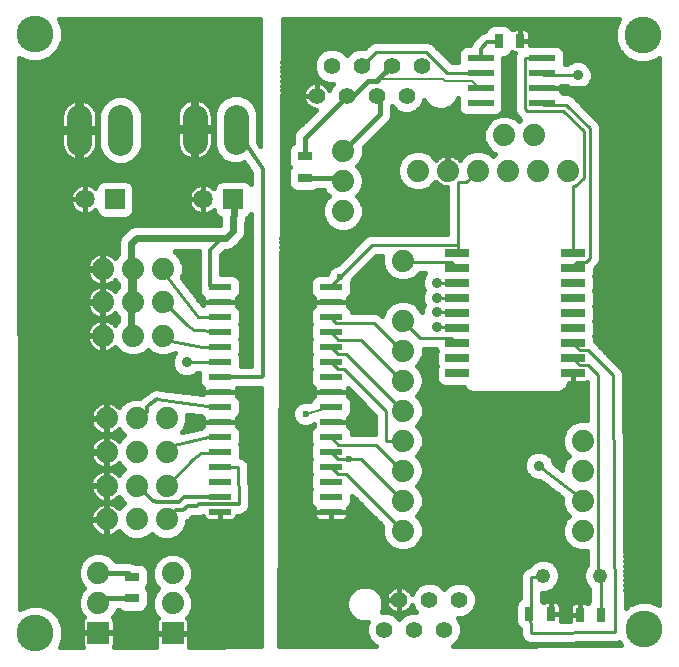
<source format=gbl>
G75*
%MOIN*%
%OFA0B0*%
%FSLAX24Y24*%
%IPPOS*%
%LPD*%
%AMOC8*
5,1,8,0,0,1.08239X$1,22.5*
%
%ADD10R,0.0870X0.0240*%
%ADD11R,0.0315X0.0472*%
%ADD12C,0.0480*%
%ADD13R,0.0472X0.0315*%
%ADD14R,0.0800X0.0260*%
%ADD15R,0.0780X0.0210*%
%ADD16C,0.0740*%
%ADD17C,0.0840*%
%ADD18R,0.0740X0.0740*%
%ADD19C,0.0560*%
%ADD20C,0.0650*%
%ADD21R,0.0650X0.0650*%
%ADD22C,0.0100*%
%ADD23C,0.0360*%
%ADD24C,0.0079*%
%ADD25C,0.0236*%
%ADD26C,0.0160*%
%ADD27C,0.0354*%
%ADD28C,0.0120*%
%ADD29C,0.0240*%
%ADD30C,0.1227*%
D10*
X017000Y018925D03*
X017000Y019425D03*
X017000Y019925D03*
X017000Y020425D03*
X019060Y020425D03*
X019060Y019925D03*
X019060Y019425D03*
X019060Y018925D03*
D11*
X018309Y021000D03*
X017601Y021000D03*
X018626Y001900D03*
X019334Y001900D03*
X020301Y001875D03*
X021009Y001875D03*
D12*
X020980Y003175D03*
X019080Y003175D03*
D13*
X005380Y003129D03*
X005380Y002420D03*
X011130Y016445D03*
X011130Y017154D03*
D14*
X016225Y013925D03*
X016225Y013425D03*
X016225Y012925D03*
X016225Y012425D03*
X016225Y011925D03*
X016225Y011425D03*
X016225Y010925D03*
X016225Y010425D03*
X016225Y009925D03*
X020085Y009925D03*
X020085Y010425D03*
X020085Y010925D03*
X020085Y011425D03*
X020085Y011925D03*
X020085Y012425D03*
X020085Y012925D03*
X020085Y013425D03*
X020085Y013925D03*
D15*
X012005Y012800D03*
X012005Y012300D03*
X012005Y011800D03*
X012005Y011300D03*
X012005Y010800D03*
X012005Y010300D03*
X012005Y009800D03*
X012005Y009300D03*
X012005Y008800D03*
X012005Y008300D03*
X012005Y007800D03*
X012005Y007300D03*
X012005Y006800D03*
X012005Y006300D03*
X012005Y005800D03*
X012005Y005300D03*
X008305Y005300D03*
X008305Y005800D03*
X008305Y006300D03*
X008305Y006800D03*
X008305Y007300D03*
X008305Y007800D03*
X008305Y008300D03*
X008305Y008800D03*
X008305Y009300D03*
X008305Y009800D03*
X008305Y010300D03*
X008305Y010800D03*
X008305Y011300D03*
X008305Y011800D03*
X008305Y012300D03*
X008305Y012800D03*
D16*
X006405Y012300D03*
X005405Y012300D03*
X004405Y012300D03*
X004405Y013400D03*
X005405Y013400D03*
X006405Y013400D03*
X006405Y011175D03*
X005405Y011175D03*
X004405Y011175D03*
X004530Y008425D03*
X005530Y008425D03*
X006530Y008425D03*
X006530Y007300D03*
X005530Y007300D03*
X004530Y007300D03*
X004530Y006175D03*
X005530Y006175D03*
X006530Y006175D03*
X006530Y005050D03*
X005530Y005050D03*
X004530Y005050D03*
X004255Y003275D03*
X004255Y002275D03*
X006730Y002250D03*
X006730Y003250D03*
X014405Y004675D03*
X014405Y005675D03*
X014405Y006675D03*
X014405Y007675D03*
X014405Y008675D03*
X014405Y009675D03*
X014405Y010675D03*
X014405Y011675D03*
X014405Y013675D03*
X012405Y015325D03*
X012405Y016325D03*
X012405Y017325D03*
X014905Y016675D03*
X015905Y016675D03*
X016905Y016675D03*
X017905Y016675D03*
X018905Y016675D03*
X019905Y016675D03*
X018780Y017850D03*
X017780Y017850D03*
X020405Y007675D03*
X020405Y006675D03*
X020405Y005675D03*
X020405Y004675D03*
D17*
X008844Y017638D02*
X008844Y018478D01*
X007466Y018478D02*
X007466Y017638D01*
X004994Y017613D02*
X004994Y018453D01*
X003616Y018453D02*
X003616Y017613D01*
D18*
X004255Y001275D03*
X006730Y001250D03*
D19*
X013780Y001375D03*
X014780Y001375D03*
X015780Y001375D03*
X015280Y002375D03*
X014280Y002375D03*
X016280Y002375D03*
X014530Y019175D03*
X013530Y019175D03*
X012530Y019175D03*
X011530Y019175D03*
X012030Y020175D03*
X013030Y020175D03*
X014030Y020175D03*
X015030Y020175D03*
D20*
X007755Y015725D03*
X003805Y015725D03*
D21*
X004805Y015725D03*
X008755Y015725D03*
D22*
X008770Y015670D01*
X006405Y013400D02*
X006435Y013280D01*
X007570Y011795D01*
X007920Y011795D01*
X008255Y011810D01*
X008305Y011800D01*
X008255Y011320D02*
X008305Y011300D01*
X008255Y011320D02*
X007445Y011355D01*
X007205Y011530D01*
X006435Y012300D01*
X006405Y012300D01*
X006405Y011175D02*
X006435Y011110D01*
X006505Y011040D01*
X007720Y010815D01*
X008255Y010830D01*
X008305Y010800D01*
X008305Y010300D02*
X008255Y010270D01*
X007995Y010310D01*
X007200Y010285D01*
X006200Y009049D02*
X008096Y008810D01*
X008255Y008800D01*
X008305Y008800D01*
X008305Y007800D02*
X007920Y007790D01*
X006785Y007540D01*
X006575Y007330D01*
X006530Y007300D01*
X007415Y007050D02*
X006575Y006210D01*
X006530Y006175D01*
X006155Y005650D02*
X006085Y005650D01*
X005595Y006140D01*
X005530Y006175D01*
X005595Y005090D02*
X005530Y005050D01*
X006530Y005050D02*
X006575Y005020D01*
X008255Y005790D02*
X008305Y005800D01*
X008935Y005570D02*
X008920Y006785D01*
X008710Y006785D01*
X008325Y006770D01*
X008305Y006800D01*
X008255Y007260D02*
X007670Y007275D01*
X007415Y007050D01*
X008255Y007260D02*
X008305Y007300D01*
X005595Y008310D02*
X005530Y008425D01*
X008305Y012800D02*
X008325Y012860D01*
X012005Y012800D02*
X012035Y012860D01*
X012315Y013140D01*
X013365Y014190D01*
X016235Y014190D01*
X016235Y013980D01*
X016225Y013925D01*
X016025Y013630D02*
X014415Y013630D01*
X014405Y013675D01*
X015535Y012930D02*
X016165Y012930D01*
X016225Y012925D01*
X016165Y012440D02*
X016225Y012425D01*
X016165Y012440D02*
X015535Y012440D01*
X015535Y011950D02*
X016165Y011950D01*
X016225Y011925D01*
X016165Y011460D02*
X015535Y011460D01*
X016025Y011110D02*
X014975Y011110D01*
X014415Y011670D01*
X014405Y011675D01*
X013435Y011600D02*
X014345Y010690D01*
X014405Y010675D01*
X014345Y009710D02*
X013015Y011040D01*
X012245Y011040D01*
X012035Y011250D01*
X012005Y011300D01*
X012175Y011600D02*
X013435Y011600D01*
X012175Y011600D02*
X012035Y011740D01*
X012005Y011800D01*
X012005Y010800D02*
X012035Y010760D01*
X012245Y010550D01*
X012525Y010550D01*
X014345Y008730D01*
X014405Y008675D01*
X013855Y008660D02*
X013855Y007680D01*
X014345Y007680D01*
X014405Y007675D01*
X013505Y007540D02*
X014345Y006700D01*
X014345Y005720D02*
X013015Y007050D01*
X012595Y007050D01*
X012245Y007050D01*
X012035Y007260D01*
X012005Y007300D01*
X012245Y007540D02*
X013505Y007540D01*
X012525Y006560D02*
X014345Y004740D01*
X014405Y004675D01*
X012525Y006560D02*
X012245Y006560D01*
X012005Y006800D01*
X012245Y007540D02*
X012035Y007750D01*
X012005Y007800D01*
X013855Y008660D02*
X012455Y010060D01*
X012245Y010060D01*
X012005Y010300D01*
X016025Y011110D02*
X016165Y010970D01*
X016225Y010925D01*
X016225Y011425D02*
X016165Y011460D01*
X016225Y013425D02*
X016165Y013490D01*
X016025Y013630D01*
X016235Y014190D02*
X016235Y016290D01*
X016515Y016290D01*
X016865Y016640D01*
X016905Y016675D01*
X018545Y018670D02*
X018475Y018740D01*
X018475Y020420D01*
X019035Y020420D01*
X019060Y020425D01*
X019060Y019925D02*
X019105Y019860D01*
X020230Y019860D01*
X019105Y019440D02*
X019060Y019425D01*
X019060Y018925D02*
X019105Y018880D01*
X019854Y018880D01*
X020645Y018088D01*
X020645Y013770D01*
X020505Y013630D01*
X020225Y013630D01*
X020085Y013490D01*
X020085Y013425D01*
X020085Y013925D02*
X020085Y016150D01*
X020155Y016150D01*
X020435Y016430D01*
X020435Y017985D01*
X019750Y018670D01*
X018545Y018670D01*
X017000Y019925D02*
X016935Y019930D01*
X016725Y019940D01*
X015892Y019943D01*
X015620Y020195D01*
X015185Y020630D01*
X013505Y020630D01*
X013085Y020210D01*
X013030Y020175D01*
X020085Y010925D02*
X020085Y010900D01*
X020295Y010690D01*
X020575Y010690D01*
X021415Y009850D01*
X021465Y001300D01*
X018680Y001275D01*
X018685Y001545D01*
X018626Y001900D01*
X018685Y001940D01*
X018685Y003130D01*
X018965Y003130D01*
X019080Y003175D01*
X019035Y003130D01*
X018965Y003130D01*
X020925Y003200D02*
X020980Y003175D01*
X020995Y003130D01*
X020995Y001940D01*
X021009Y001875D01*
X020925Y003200D02*
X020925Y009850D01*
X020575Y010200D01*
X020295Y010200D01*
X020085Y010410D01*
X020085Y010425D01*
X018940Y006845D02*
X020365Y005720D01*
X020405Y005675D01*
D23*
X018940Y006845D03*
X015535Y011460D03*
X015535Y011950D03*
X015535Y012440D03*
X015535Y012930D03*
X020230Y019860D03*
X007200Y010285D03*
D24*
X011164Y008566D02*
X012005Y008800D01*
X014345Y009710D02*
X014405Y009675D01*
X014345Y006700D02*
X014405Y006675D01*
X014345Y005720D02*
X014405Y005675D01*
X017000Y019425D02*
X016935Y019440D01*
X016725Y019650D01*
X015815Y019650D01*
X015745Y019720D01*
X013645Y019720D01*
X013610Y019755D01*
D25*
X012315Y013140D03*
X011164Y008566D03*
X012595Y007050D03*
D26*
X012715Y007910D02*
X012715Y007968D01*
X012666Y008086D01*
X012576Y008176D01*
X012575Y008177D01*
X012575Y008300D01*
X012575Y008423D01*
X012576Y008424D01*
X012666Y008514D01*
X012715Y008631D01*
X012715Y008968D01*
X012666Y009086D01*
X012576Y009176D01*
X012575Y009177D01*
X012575Y009300D01*
X012575Y009417D01*
X013485Y008507D01*
X013485Y007910D01*
X012715Y007910D01*
X012715Y007942D02*
X013485Y007942D01*
X013485Y008101D02*
X012652Y008101D01*
X012575Y008259D02*
X013485Y008259D01*
X013485Y008418D02*
X012575Y008418D01*
X012575Y008300D02*
X012005Y008300D01*
X012005Y008300D01*
X012575Y008300D01*
X012692Y008576D02*
X013415Y008576D01*
X013257Y008735D02*
X012715Y008735D01*
X012715Y008893D02*
X013098Y008893D01*
X012940Y009052D02*
X012680Y009052D01*
X012781Y009210D02*
X012575Y009210D01*
X012575Y009300D02*
X012005Y009300D01*
X012575Y009300D01*
X012575Y009369D02*
X012623Y009369D01*
X012005Y009300D02*
X012005Y009300D01*
X012005Y009300D01*
X011435Y009300D01*
X011435Y009423D01*
X011434Y009424D01*
X011344Y009514D01*
X011295Y009631D01*
X011295Y009968D01*
X011329Y010050D01*
X011295Y010131D01*
X011295Y010468D01*
X011329Y010550D01*
X011295Y010631D01*
X011295Y010968D01*
X011329Y011050D01*
X011295Y011131D01*
X011295Y011468D01*
X011329Y011550D01*
X011295Y011631D01*
X011295Y011968D01*
X011344Y012086D01*
X011434Y012176D01*
X011435Y012177D01*
X011435Y012300D01*
X012005Y012300D01*
X012575Y012300D01*
X012575Y012423D01*
X012576Y012424D01*
X012666Y012514D01*
X012715Y012631D01*
X012715Y012961D01*
X012753Y013053D01*
X012753Y013055D01*
X013518Y013820D01*
X013718Y013820D01*
X013715Y013812D01*
X013715Y013538D01*
X013820Y013284D01*
X014014Y013090D01*
X014268Y012985D01*
X014542Y012985D01*
X014796Y013090D01*
X014966Y013260D01*
X015158Y013260D01*
X015111Y013213D01*
X015035Y013029D01*
X015035Y012830D01*
X015095Y012685D01*
X015035Y012539D01*
X012677Y012539D01*
X012715Y012697D02*
X015090Y012697D01*
X015035Y012539D02*
X015035Y012340D01*
X015095Y012195D01*
X015035Y012049D01*
X015035Y011957D01*
X014990Y012066D01*
X014796Y012260D01*
X014542Y012365D01*
X014268Y012365D01*
X014014Y012260D01*
X013820Y012066D01*
X013724Y011834D01*
X013645Y011913D01*
X013509Y011970D01*
X012714Y011970D01*
X012666Y012086D01*
X012576Y012176D01*
X012575Y012177D01*
X012575Y012300D01*
X012005Y012300D01*
X012005Y012300D01*
X012005Y012300D01*
X011435Y012300D01*
X011435Y012423D01*
X011434Y012424D01*
X011344Y012514D01*
X011295Y012631D01*
X011295Y012968D01*
X011344Y013086D01*
X011434Y013176D01*
X011551Y013225D01*
X011877Y013225D01*
X011877Y013225D01*
X011877Y013227D01*
X011944Y013388D01*
X012067Y013511D01*
X012228Y013578D01*
X012230Y013578D01*
X013155Y014503D01*
X013291Y014560D01*
X015865Y014560D01*
X015865Y016125D01*
X015862Y016125D01*
X015776Y016138D01*
X015694Y016165D01*
X015617Y016204D01*
X015547Y016255D01*
X015498Y016304D01*
X015490Y016284D01*
X015296Y016090D01*
X015042Y015985D01*
X014768Y015985D01*
X014514Y016090D01*
X014320Y016284D01*
X014215Y016538D01*
X014215Y016812D01*
X014320Y017066D01*
X014514Y017260D01*
X014768Y017365D01*
X015042Y017365D01*
X015296Y017260D01*
X015490Y017066D01*
X015498Y017046D01*
X015547Y017094D01*
X015617Y017145D01*
X015694Y017185D01*
X015776Y017211D01*
X015862Y017225D01*
X015885Y017225D01*
X015885Y016695D01*
X015925Y016695D01*
X015925Y017225D01*
X015948Y017225D01*
X016034Y017211D01*
X016116Y017185D01*
X016193Y017145D01*
X016263Y017094D01*
X016312Y017046D01*
X016320Y017066D01*
X016514Y017260D01*
X016768Y017365D01*
X017042Y017365D01*
X017296Y017260D01*
X017405Y017151D01*
X017481Y017227D01*
X017389Y017265D01*
X017195Y017459D01*
X017090Y017713D01*
X017090Y017987D01*
X017195Y018241D01*
X017389Y018435D01*
X017643Y018540D01*
X017917Y018540D01*
X018171Y018435D01*
X018280Y018326D01*
X018323Y018369D01*
X018265Y018426D01*
X018161Y018530D01*
X018105Y018666D01*
X018105Y020493D01*
X018142Y020584D01*
X018128Y020584D01*
X018082Y020596D01*
X018044Y020618D01*
X018029Y020582D01*
X017939Y020492D01*
X017822Y020444D01*
X017755Y020444D01*
X017755Y020241D01*
X017728Y020175D01*
X017755Y020108D01*
X017755Y019741D01*
X017728Y019675D01*
X017755Y019608D01*
X017755Y019241D01*
X017728Y019175D01*
X017755Y019108D01*
X017755Y018741D01*
X017706Y018624D01*
X017616Y018534D01*
X017499Y018485D01*
X016501Y018485D01*
X016384Y018534D01*
X016294Y018624D01*
X016245Y018741D01*
X016245Y019104D01*
X016189Y018970D01*
X016016Y018797D01*
X015790Y018703D01*
X015545Y018703D01*
X015319Y018797D01*
X015146Y018970D01*
X015120Y019032D01*
X015039Y018835D01*
X014870Y018666D01*
X014649Y018575D01*
X014411Y018575D01*
X014190Y018666D01*
X014030Y018826D01*
X014030Y018826D01*
X014030Y018470D01*
X013969Y018323D01*
X013857Y018211D01*
X013095Y017449D01*
X013095Y017188D01*
X012990Y016934D01*
X012881Y016825D01*
X012990Y016716D01*
X013095Y016462D01*
X013095Y016188D01*
X012990Y015934D01*
X012881Y015825D01*
X012990Y015716D01*
X013095Y015462D01*
X013095Y015188D01*
X012990Y014934D01*
X012796Y014740D01*
X012542Y014635D01*
X012268Y014635D01*
X012014Y014740D01*
X011820Y014934D01*
X011715Y015188D01*
X011715Y015462D01*
X011820Y015716D01*
X011929Y015825D01*
X011820Y015934D01*
X011774Y016045D01*
X011576Y016045D01*
X011547Y016017D01*
X011430Y015968D01*
X010830Y015968D01*
X010713Y016017D01*
X010622Y016107D01*
X010574Y016224D01*
X010574Y016667D01*
X010622Y016784D01*
X010638Y016800D01*
X010622Y016815D01*
X010574Y016933D01*
X010574Y017375D01*
X010622Y017493D01*
X010713Y017583D01*
X010730Y017590D01*
X010730Y017854D01*
X010791Y018001D01*
X011504Y018715D01*
X011494Y018715D01*
X011422Y018726D01*
X011353Y018749D01*
X011289Y018781D01*
X011230Y018824D01*
X011179Y018875D01*
X011137Y018934D01*
X011104Y018998D01*
X011081Y019067D01*
X011070Y019139D01*
X011070Y019175D01*
X011530Y019175D01*
X011530Y019635D01*
X011494Y019635D01*
X011422Y019623D01*
X011353Y019601D01*
X011289Y019568D01*
X011230Y019526D01*
X011179Y019474D01*
X011137Y019416D01*
X011104Y019351D01*
X011081Y019283D01*
X011070Y019211D01*
X011070Y019175D01*
X011530Y019175D01*
X011530Y019175D01*
X011530Y019635D01*
X011566Y019635D01*
X011638Y019623D01*
X011707Y019601D01*
X011771Y019568D01*
X011830Y019526D01*
X011881Y019474D01*
X011923Y019416D01*
X011955Y019354D01*
X012021Y019515D01*
X012081Y019575D01*
X011911Y019575D01*
X011690Y019666D01*
X011521Y019835D01*
X011430Y020055D01*
X011430Y020294D01*
X011521Y020515D01*
X011690Y020683D01*
X011911Y020775D01*
X012149Y020775D01*
X012370Y020683D01*
X012530Y020523D01*
X012690Y020683D01*
X012911Y020775D01*
X013127Y020775D01*
X013295Y020943D01*
X013431Y021000D01*
X015259Y021000D01*
X015395Y020943D01*
X015499Y020839D01*
X015876Y020462D01*
X016037Y020313D01*
X016245Y020312D01*
X016245Y020608D01*
X016294Y020726D01*
X016384Y020816D01*
X016501Y020865D01*
X016638Y020865D01*
X016678Y020960D01*
X016883Y021165D01*
X016990Y021272D01*
X017129Y021330D01*
X017136Y021330D01*
X017172Y021417D01*
X017262Y021507D01*
X017380Y021556D01*
X017822Y021556D01*
X017939Y021507D01*
X018029Y021417D01*
X018044Y021382D01*
X018082Y021404D01*
X018128Y021416D01*
X018309Y021416D01*
X018309Y021000D01*
X018309Y021000D01*
X018309Y021416D01*
X018491Y021416D01*
X018536Y021404D01*
X018577Y021380D01*
X018611Y021347D01*
X018635Y021306D01*
X018647Y021260D01*
X018647Y021000D01*
X018309Y021000D01*
X018309Y021000D01*
X018647Y021000D01*
X018647Y020865D01*
X019559Y020865D01*
X019676Y020816D01*
X019766Y020726D01*
X019815Y020608D01*
X019815Y020241D01*
X019810Y020230D01*
X019893Y020230D01*
X019947Y020284D01*
X020131Y020360D01*
X020329Y020360D01*
X020513Y020284D01*
X020654Y020143D01*
X020730Y019959D01*
X020730Y019760D01*
X020654Y019577D01*
X020513Y019436D01*
X020329Y019360D01*
X020131Y019360D01*
X019947Y019436D01*
X019893Y019490D01*
X019675Y019490D01*
X019675Y019425D01*
X019060Y019425D01*
X019060Y019425D01*
X019675Y019425D01*
X019675Y019317D01*
X019676Y019316D01*
X019743Y019250D01*
X019927Y019250D01*
X020063Y019193D01*
X020855Y018402D01*
X020959Y018298D01*
X021015Y018162D01*
X021015Y013696D01*
X020959Y013560D01*
X020855Y013456D01*
X020805Y013407D01*
X020805Y013231D01*
X020782Y013175D01*
X020805Y013118D01*
X020805Y012731D01*
X020782Y012675D01*
X020805Y012618D01*
X020805Y012231D01*
X020782Y012175D01*
X020805Y012118D01*
X020805Y011731D01*
X020782Y011675D01*
X020805Y011618D01*
X020805Y011231D01*
X020782Y011175D01*
X020805Y011118D01*
X020805Y010983D01*
X021676Y010112D01*
X021727Y010061D01*
X021728Y010060D01*
X021729Y010059D01*
X021756Y009992D01*
X021785Y009926D01*
X021785Y009924D01*
X021785Y009923D01*
X021785Y009851D01*
X021830Y002095D01*
X021926Y002191D01*
X022269Y002333D01*
X022641Y002333D01*
X022955Y002203D01*
X022955Y020430D01*
X022934Y020409D01*
X022591Y020266D01*
X022219Y020266D01*
X021876Y020409D01*
X021614Y020671D01*
X021472Y021014D01*
X021472Y021385D01*
X021613Y021726D01*
X010402Y021726D01*
X010282Y000825D01*
X013512Y000836D01*
X013440Y000866D01*
X013271Y001035D01*
X013180Y001255D01*
X013180Y001494D01*
X013230Y001616D01*
X013020Y001616D01*
X012794Y001709D01*
X012621Y001883D01*
X012527Y002109D01*
X012527Y002353D01*
X012621Y002580D01*
X012794Y002753D01*
X013020Y002846D01*
X013265Y002846D01*
X013491Y002753D01*
X013664Y002580D01*
X013757Y002353D01*
X013757Y002109D01*
X013702Y001975D01*
X013899Y001975D01*
X014120Y001883D01*
X014280Y001723D01*
X014440Y001883D01*
X014661Y001975D01*
X014831Y001975D01*
X014771Y002035D01*
X014705Y002195D01*
X014673Y002134D01*
X014631Y002075D01*
X014580Y002024D01*
X014521Y001981D01*
X014457Y001949D01*
X014388Y001926D01*
X014316Y001915D01*
X014280Y001915D01*
X014280Y002375D01*
X014280Y002835D01*
X014316Y002835D01*
X014388Y002823D01*
X014457Y002801D01*
X014521Y002768D01*
X014580Y002726D01*
X014631Y002674D01*
X014673Y002616D01*
X014705Y002554D01*
X014771Y002715D01*
X014940Y002883D01*
X015161Y002975D01*
X015399Y002975D01*
X015620Y002883D01*
X015780Y002723D01*
X015940Y002883D01*
X016161Y002975D01*
X016399Y002975D01*
X016620Y002883D01*
X016789Y002715D01*
X016880Y002494D01*
X016880Y002255D01*
X016789Y002035D01*
X016620Y001866D01*
X016399Y001775D01*
X016229Y001775D01*
X016289Y001715D01*
X016380Y001494D01*
X016380Y001255D01*
X016289Y001035D01*
X016120Y000866D01*
X016069Y000845D01*
X021670Y000864D01*
X021664Y000871D01*
X021625Y000966D01*
X021609Y000959D01*
X021542Y000930D01*
X021541Y000930D01*
X021541Y000930D01*
X021468Y000930D01*
X018752Y000905D01*
X018747Y000904D01*
X018678Y000905D01*
X018610Y000904D01*
X018605Y000906D01*
X018600Y000906D01*
X018537Y000934D01*
X018473Y000959D01*
X018469Y000963D01*
X018465Y000965D01*
X018417Y001014D01*
X018368Y001062D01*
X018366Y001067D01*
X018363Y001071D01*
X018337Y001135D01*
X018311Y001198D01*
X018311Y001203D01*
X018309Y001208D01*
X018310Y001277D01*
X018309Y001345D01*
X018311Y001350D01*
X018312Y001382D01*
X018287Y001392D01*
X018197Y001482D01*
X018148Y001600D01*
X018148Y002200D01*
X018197Y002317D01*
X018287Y002407D01*
X018315Y002419D01*
X018315Y003203D01*
X018371Y003339D01*
X018475Y003443D01*
X018611Y003500D01*
X018613Y003500D01*
X018763Y003650D01*
X018969Y003735D01*
X019191Y003735D01*
X019397Y003650D01*
X019555Y003492D01*
X019640Y003286D01*
X019640Y003063D01*
X019555Y002858D01*
X019397Y002700D01*
X019191Y002615D01*
X019055Y002615D01*
X019055Y002316D01*
X019069Y002282D01*
X019107Y002304D01*
X019153Y002316D01*
X019334Y002316D01*
X019334Y001900D01*
X019334Y001900D01*
X019334Y002316D01*
X019516Y002316D01*
X019561Y002304D01*
X019602Y002280D01*
X019636Y002247D01*
X019660Y002206D01*
X019672Y002160D01*
X019672Y001900D01*
X019334Y001900D01*
X019334Y001900D01*
X019672Y001900D01*
X019672Y001654D01*
X019963Y001656D01*
X019963Y001875D01*
X020301Y001875D01*
X020301Y001875D01*
X020301Y002291D01*
X020482Y002291D01*
X020528Y002279D01*
X020566Y002257D01*
X020581Y002292D01*
X020625Y002337D01*
X020625Y002738D01*
X020505Y002858D01*
X020420Y003063D01*
X020420Y003286D01*
X020505Y003492D01*
X020555Y003542D01*
X020555Y003990D01*
X020542Y003985D01*
X020268Y003985D01*
X020014Y004090D01*
X019820Y004284D01*
X019715Y004538D01*
X019715Y004812D01*
X019820Y005066D01*
X019929Y005175D01*
X019820Y005284D01*
X019715Y005538D01*
X019715Y005762D01*
X018976Y006345D01*
X018841Y006345D01*
X018657Y006421D01*
X018516Y006562D01*
X018440Y006745D01*
X018440Y006944D01*
X018516Y007128D01*
X018657Y007269D01*
X018841Y007345D01*
X019039Y007345D01*
X019223Y007269D01*
X019364Y007128D01*
X019440Y006944D01*
X019440Y006921D01*
X019715Y006704D01*
X019715Y006812D01*
X019820Y007066D01*
X019929Y007175D01*
X019820Y007284D01*
X019715Y007538D01*
X019715Y007812D01*
X019820Y008066D01*
X020014Y008260D01*
X020268Y008365D01*
X020542Y008365D01*
X020555Y008360D01*
X020555Y009627D01*
X020554Y009627D01*
X020509Y009615D01*
X020085Y009615D01*
X020085Y009887D01*
X020085Y009887D01*
X020085Y009615D01*
X019930Y009615D01*
X019930Y009595D01*
X019869Y009448D01*
X019757Y009336D01*
X019610Y009275D01*
X016700Y009275D01*
X016553Y009336D01*
X016441Y009448D01*
X016430Y009475D01*
X015761Y009475D01*
X015644Y009524D01*
X015554Y009614D01*
X015505Y009731D01*
X015505Y010118D01*
X015528Y010175D01*
X015505Y010231D01*
X015505Y010618D01*
X015528Y010675D01*
X015505Y010731D01*
X015505Y010740D01*
X015095Y010740D01*
X015095Y010538D01*
X014990Y010284D01*
X014881Y010175D01*
X014990Y010066D01*
X015095Y009812D01*
X015095Y009538D01*
X014990Y009284D01*
X014881Y009175D01*
X014990Y009066D01*
X015095Y008812D01*
X015095Y008538D01*
X014990Y008284D01*
X014881Y008175D01*
X014990Y008066D01*
X015095Y007812D01*
X015095Y007538D01*
X014990Y007284D01*
X014881Y007175D01*
X014990Y007066D01*
X015095Y006812D01*
X015095Y006538D01*
X014990Y006284D01*
X014881Y006175D01*
X014990Y006066D01*
X015095Y005812D01*
X015095Y005538D01*
X014990Y005284D01*
X014881Y005175D01*
X014990Y005066D01*
X015095Y004812D01*
X015095Y004538D01*
X014990Y004284D01*
X014796Y004090D01*
X014542Y003985D01*
X014268Y003985D01*
X014014Y004090D01*
X013820Y004284D01*
X013715Y004538D01*
X013715Y004812D01*
X013725Y004836D01*
X012715Y005847D01*
X012715Y005631D01*
X012666Y005514D01*
X012576Y005424D01*
X012575Y005423D01*
X012575Y005300D01*
X012005Y005300D01*
X012005Y005300D01*
X012005Y005300D01*
X011435Y005300D01*
X011435Y005423D01*
X011434Y005424D01*
X011344Y005514D01*
X011295Y005631D01*
X011295Y005968D01*
X011329Y006050D01*
X011295Y006131D01*
X011295Y006468D01*
X011329Y006550D01*
X011295Y006631D01*
X011295Y006968D01*
X011329Y007050D01*
X011295Y007131D01*
X011295Y007468D01*
X011329Y007550D01*
X011295Y007631D01*
X011295Y007968D01*
X011344Y008086D01*
X011434Y008176D01*
X011435Y008177D01*
X011435Y008217D01*
X011412Y008195D01*
X011251Y008128D01*
X011077Y008128D01*
X010916Y008195D01*
X010793Y008318D01*
X010726Y008479D01*
X010726Y008653D01*
X010793Y008814D01*
X010916Y008938D01*
X011077Y009004D01*
X011251Y009004D01*
X011301Y008984D01*
X011344Y009086D01*
X011434Y009176D01*
X011435Y009177D01*
X011435Y009300D01*
X012005Y009300D01*
X011435Y009369D02*
X010331Y009369D01*
X010332Y009527D02*
X011338Y009527D01*
X011295Y009686D02*
X010333Y009686D01*
X010334Y009844D02*
X011295Y009844D01*
X011309Y010003D02*
X010335Y010003D01*
X010336Y010161D02*
X011295Y010161D01*
X011295Y010320D02*
X010337Y010320D01*
X010337Y010478D02*
X011299Y010478D01*
X011295Y010637D02*
X010338Y010637D01*
X010339Y010795D02*
X011295Y010795D01*
X011295Y010954D02*
X010340Y010954D01*
X010341Y011112D02*
X011303Y011112D01*
X011295Y011271D02*
X010342Y011271D01*
X010343Y011429D02*
X011295Y011429D01*
X011313Y011588D02*
X010344Y011588D01*
X010345Y011746D02*
X011295Y011746D01*
X011295Y011905D02*
X010346Y011905D01*
X010347Y012063D02*
X011334Y012063D01*
X011435Y012222D02*
X010347Y012222D01*
X010348Y012380D02*
X011435Y012380D01*
X011333Y012539D02*
X010349Y012539D01*
X010350Y012697D02*
X011295Y012697D01*
X011295Y012856D02*
X010351Y012856D01*
X010352Y013014D02*
X011314Y013014D01*
X011430Y013173D02*
X010353Y013173D01*
X010354Y013331D02*
X011920Y013331D01*
X012045Y013490D02*
X010355Y013490D01*
X010356Y013648D02*
X012300Y013648D01*
X012459Y013807D02*
X010356Y013807D01*
X010357Y013965D02*
X012617Y013965D01*
X012776Y014124D02*
X010358Y014124D01*
X010359Y014282D02*
X012934Y014282D01*
X013093Y014441D02*
X010360Y014441D01*
X010361Y014599D02*
X015865Y014599D01*
X015865Y014758D02*
X012814Y014758D01*
X012972Y014916D02*
X015865Y014916D01*
X015865Y015075D02*
X013048Y015075D01*
X013095Y015233D02*
X015865Y015233D01*
X015865Y015392D02*
X013095Y015392D01*
X013058Y015550D02*
X015865Y015550D01*
X015865Y015709D02*
X012993Y015709D01*
X012923Y015867D02*
X015865Y015867D01*
X015865Y016026D02*
X015141Y016026D01*
X015390Y016184D02*
X015656Y016184D01*
X015885Y016818D02*
X015925Y016818D01*
X015925Y016977D02*
X015885Y016977D01*
X015885Y017135D02*
X015925Y017135D01*
X016207Y017135D02*
X016390Y017135D01*
X016596Y017294D02*
X015214Y017294D01*
X015420Y017135D02*
X015603Y017135D01*
X014596Y017294D02*
X013095Y017294D01*
X013098Y017452D02*
X017202Y017452D01*
X017214Y017294D02*
X017360Y017294D01*
X017132Y017611D02*
X013257Y017611D01*
X013415Y017769D02*
X017090Y017769D01*
X017090Y017928D02*
X013574Y017928D01*
X013732Y018086D02*
X017131Y018086D01*
X017199Y018245D02*
X013891Y018245D01*
X014002Y018403D02*
X017358Y018403D01*
X017645Y018562D02*
X018148Y018562D01*
X018105Y018720D02*
X017746Y018720D01*
X017755Y018879D02*
X018105Y018879D01*
X018105Y019037D02*
X017755Y019037D01*
X017736Y019196D02*
X018105Y019196D01*
X018105Y019354D02*
X017755Y019354D01*
X017755Y019513D02*
X018105Y019513D01*
X018105Y019671D02*
X017729Y019671D01*
X017755Y019830D02*
X018105Y019830D01*
X018105Y019988D02*
X017755Y019988D01*
X017739Y020147D02*
X018105Y020147D01*
X018105Y020305D02*
X017755Y020305D01*
X017871Y020464D02*
X018105Y020464D01*
X018309Y021098D02*
X018309Y021098D01*
X018309Y021256D02*
X018309Y021256D01*
X018309Y021415D02*
X018309Y021415D01*
X018124Y021415D02*
X018030Y021415D01*
X018495Y021415D02*
X021484Y021415D01*
X021472Y021256D02*
X018647Y021256D01*
X018647Y021098D02*
X021472Y021098D01*
X021503Y020939D02*
X018647Y020939D01*
X019712Y020781D02*
X021568Y020781D01*
X021662Y020622D02*
X019809Y020622D01*
X019815Y020464D02*
X021821Y020464D01*
X022125Y020305D02*
X020461Y020305D01*
X020650Y020147D02*
X022955Y020147D01*
X022955Y020305D02*
X022685Y020305D01*
X022955Y019988D02*
X020718Y019988D01*
X020730Y019830D02*
X022955Y019830D01*
X022955Y019671D02*
X020693Y019671D01*
X020590Y019513D02*
X022955Y019513D01*
X022955Y019354D02*
X019675Y019354D01*
X020057Y019196D02*
X022955Y019196D01*
X022955Y019037D02*
X020219Y019037D01*
X020378Y018879D02*
X022955Y018879D01*
X022955Y018720D02*
X020536Y018720D01*
X020695Y018562D02*
X022955Y018562D01*
X022955Y018403D02*
X020853Y018403D01*
X020981Y018245D02*
X022955Y018245D01*
X022955Y018086D02*
X021015Y018086D01*
X021015Y017928D02*
X022955Y017928D01*
X022955Y017769D02*
X021015Y017769D01*
X021015Y017611D02*
X022955Y017611D01*
X022955Y017452D02*
X021015Y017452D01*
X021015Y017294D02*
X022955Y017294D01*
X022955Y017135D02*
X021015Y017135D01*
X021015Y016977D02*
X022955Y016977D01*
X022955Y016818D02*
X021015Y016818D01*
X021015Y016660D02*
X022955Y016660D01*
X022955Y016501D02*
X021015Y016501D01*
X021015Y016343D02*
X022955Y016343D01*
X022955Y016184D02*
X021015Y016184D01*
X021015Y016026D02*
X022955Y016026D01*
X022955Y015867D02*
X021015Y015867D01*
X021015Y015709D02*
X022955Y015709D01*
X022955Y015550D02*
X021015Y015550D01*
X021015Y015392D02*
X022955Y015392D01*
X022955Y015233D02*
X021015Y015233D01*
X021015Y015075D02*
X022955Y015075D01*
X022955Y014916D02*
X021015Y014916D01*
X021015Y014758D02*
X022955Y014758D01*
X022955Y014599D02*
X021015Y014599D01*
X021015Y014441D02*
X022955Y014441D01*
X022955Y014282D02*
X021015Y014282D01*
X021015Y014124D02*
X022955Y014124D01*
X022955Y013965D02*
X021015Y013965D01*
X021015Y013807D02*
X022955Y013807D01*
X022955Y013648D02*
X020995Y013648D01*
X020888Y013490D02*
X022955Y013490D01*
X022955Y013331D02*
X020805Y013331D01*
X020782Y013173D02*
X022955Y013173D01*
X022955Y013014D02*
X020805Y013014D01*
X020805Y012856D02*
X022955Y012856D01*
X022955Y012697D02*
X020791Y012697D01*
X020805Y012539D02*
X022955Y012539D01*
X022955Y012380D02*
X020805Y012380D01*
X020801Y012222D02*
X022955Y012222D01*
X022955Y012063D02*
X020805Y012063D01*
X020805Y011905D02*
X022955Y011905D01*
X022955Y011746D02*
X020805Y011746D01*
X020805Y011588D02*
X022955Y011588D01*
X022955Y011429D02*
X020805Y011429D01*
X020805Y011271D02*
X022955Y011271D01*
X022955Y011112D02*
X020805Y011112D01*
X020834Y010954D02*
X022955Y010954D01*
X022955Y010795D02*
X020993Y010795D01*
X021151Y010637D02*
X022955Y010637D01*
X022955Y010478D02*
X021310Y010478D01*
X021468Y010320D02*
X022955Y010320D01*
X022955Y010161D02*
X021627Y010161D01*
X021752Y010003D02*
X022955Y010003D01*
X022955Y009844D02*
X021785Y009844D01*
X021786Y009686D02*
X022955Y009686D01*
X022955Y009527D02*
X021787Y009527D01*
X021788Y009369D02*
X022955Y009369D01*
X022955Y009210D02*
X021789Y009210D01*
X021790Y009052D02*
X022955Y009052D01*
X022955Y008893D02*
X021791Y008893D01*
X021792Y008735D02*
X022955Y008735D01*
X022955Y008576D02*
X021792Y008576D01*
X021793Y008418D02*
X022955Y008418D01*
X022955Y008259D02*
X021794Y008259D01*
X021795Y008101D02*
X022955Y008101D01*
X022955Y007942D02*
X021796Y007942D01*
X021797Y007784D02*
X022955Y007784D01*
X022955Y007625D02*
X021798Y007625D01*
X021799Y007467D02*
X022955Y007467D01*
X022955Y007308D02*
X021800Y007308D01*
X021801Y007150D02*
X022955Y007150D01*
X022955Y006991D02*
X021802Y006991D01*
X021803Y006833D02*
X022955Y006833D01*
X022955Y006674D02*
X021804Y006674D01*
X021805Y006516D02*
X022955Y006516D01*
X022955Y006357D02*
X021805Y006357D01*
X021806Y006199D02*
X022955Y006199D01*
X022955Y006040D02*
X021807Y006040D01*
X021808Y005882D02*
X022955Y005882D01*
X022955Y005723D02*
X021809Y005723D01*
X021810Y005565D02*
X022955Y005565D01*
X022955Y005406D02*
X021811Y005406D01*
X021812Y005248D02*
X022955Y005248D01*
X022955Y005089D02*
X021813Y005089D01*
X021814Y004931D02*
X022955Y004931D01*
X022955Y004772D02*
X021815Y004772D01*
X021816Y004614D02*
X022955Y004614D01*
X022955Y004455D02*
X021817Y004455D01*
X021817Y004297D02*
X022955Y004297D01*
X022955Y004138D02*
X021818Y004138D01*
X021819Y003980D02*
X022955Y003980D01*
X022955Y003821D02*
X021820Y003821D01*
X021821Y003663D02*
X022955Y003663D01*
X022955Y003504D02*
X021822Y003504D01*
X021823Y003346D02*
X022955Y003346D01*
X022955Y003187D02*
X021824Y003187D01*
X021825Y003029D02*
X022955Y003029D01*
X022955Y002870D02*
X021826Y002870D01*
X021827Y002712D02*
X022955Y002712D01*
X022955Y002553D02*
X021828Y002553D01*
X021829Y002395D02*
X022955Y002395D01*
X022955Y002236D02*
X022875Y002236D01*
X022035Y002236D02*
X021830Y002236D01*
X020625Y002395D02*
X019055Y002395D01*
X019055Y002553D02*
X020625Y002553D01*
X020625Y002712D02*
X019409Y002712D01*
X019560Y002870D02*
X020500Y002870D01*
X020434Y003029D02*
X019626Y003029D01*
X019640Y003187D02*
X020420Y003187D01*
X020445Y003346D02*
X019615Y003346D01*
X019542Y003504D02*
X020518Y003504D01*
X020555Y003663D02*
X019365Y003663D01*
X018795Y003663D02*
X010299Y003663D01*
X010299Y003821D02*
X020555Y003821D01*
X020555Y003980D02*
X010300Y003980D01*
X010301Y004138D02*
X013966Y004138D01*
X013815Y004297D02*
X010302Y004297D01*
X010303Y004455D02*
X013749Y004455D01*
X013715Y004614D02*
X010304Y004614D01*
X010305Y004772D02*
X013715Y004772D01*
X013631Y004931D02*
X010306Y004931D01*
X010307Y005089D02*
X011468Y005089D01*
X011471Y005084D02*
X011504Y005051D01*
X011546Y005027D01*
X011591Y005015D01*
X012005Y005015D01*
X012419Y005015D01*
X012464Y005027D01*
X012506Y005051D01*
X012539Y005084D01*
X012563Y005125D01*
X012575Y005171D01*
X012575Y005300D01*
X012005Y005300D01*
X011435Y005300D01*
X011435Y005171D01*
X011447Y005125D01*
X011471Y005084D01*
X011435Y005248D02*
X010308Y005248D01*
X010308Y005406D02*
X011435Y005406D01*
X011322Y005565D02*
X010309Y005565D01*
X010310Y005723D02*
X011295Y005723D01*
X011295Y005882D02*
X010311Y005882D01*
X010312Y006040D02*
X011325Y006040D01*
X011295Y006199D02*
X010313Y006199D01*
X010314Y006357D02*
X011295Y006357D01*
X011315Y006516D02*
X010315Y006516D01*
X010316Y006674D02*
X011295Y006674D01*
X011295Y006833D02*
X010317Y006833D01*
X010318Y006991D02*
X011304Y006991D01*
X011295Y007150D02*
X010318Y007150D01*
X010319Y007308D02*
X011295Y007308D01*
X011295Y007467D02*
X010320Y007467D01*
X010321Y007625D02*
X011297Y007625D01*
X011295Y007784D02*
X010322Y007784D01*
X010323Y007942D02*
X011295Y007942D01*
X011358Y008101D02*
X010324Y008101D01*
X010325Y008259D02*
X010851Y008259D01*
X010751Y008418D02*
X010326Y008418D01*
X010327Y008576D02*
X010726Y008576D01*
X010760Y008735D02*
X010327Y008735D01*
X010328Y008893D02*
X010872Y008893D01*
X011330Y009052D02*
X010329Y009052D01*
X010330Y009210D02*
X011435Y009210D01*
X009670Y009210D02*
X008875Y009210D01*
X008875Y009177D02*
X008875Y009300D01*
X008875Y009420D01*
X009670Y009420D01*
X009680Y000823D01*
X007269Y000815D01*
X007280Y000856D01*
X007280Y001230D01*
X006750Y001230D01*
X006750Y001270D01*
X007280Y001270D01*
X007280Y001644D01*
X007268Y001689D01*
X007244Y001730D01*
X007215Y001759D01*
X007315Y001859D01*
X007420Y002113D01*
X007420Y002387D01*
X007315Y002641D01*
X007206Y002750D01*
X007315Y002859D01*
X007420Y003113D01*
X007420Y003387D01*
X007315Y003641D01*
X007121Y003835D01*
X006867Y003940D01*
X006593Y003940D01*
X006339Y003835D01*
X006145Y003641D01*
X006040Y003387D01*
X006040Y003113D01*
X006145Y002859D01*
X006254Y002750D01*
X006145Y002641D01*
X006040Y002387D01*
X006040Y002113D01*
X006145Y001859D01*
X006245Y001759D01*
X006216Y001730D01*
X006192Y001689D01*
X006180Y001644D01*
X006180Y001270D01*
X006710Y001270D01*
X006710Y001230D01*
X006180Y001230D01*
X006180Y000856D01*
X006192Y000811D01*
X004776Y000807D01*
X004793Y000835D01*
X004805Y000881D01*
X004805Y001255D01*
X004275Y001255D01*
X004275Y001295D01*
X004805Y001295D01*
X004805Y001669D01*
X004793Y001714D01*
X004769Y001755D01*
X004740Y001784D01*
X004840Y001884D01*
X004897Y002020D01*
X004934Y002020D01*
X004963Y001992D01*
X005080Y001943D01*
X005680Y001943D01*
X005797Y001992D01*
X005888Y002082D01*
X005936Y002199D01*
X005936Y002642D01*
X005888Y002759D01*
X005872Y002775D01*
X005888Y002790D01*
X005936Y002908D01*
X005936Y003350D01*
X005888Y003468D01*
X005797Y003558D01*
X005680Y003607D01*
X005468Y003607D01*
X005461Y003614D01*
X005314Y003675D01*
X004831Y003675D01*
X004646Y003860D01*
X004392Y003965D01*
X004118Y003965D01*
X003864Y003860D01*
X003670Y003666D01*
X003565Y003412D01*
X003565Y003138D01*
X003670Y002884D01*
X003779Y002775D01*
X003670Y002666D01*
X003565Y002412D01*
X003565Y002138D01*
X003670Y001884D01*
X003770Y001784D01*
X003741Y001755D01*
X003717Y001714D01*
X003705Y001669D01*
X003705Y001295D01*
X004235Y001295D01*
X004235Y001255D01*
X003705Y001255D01*
X003705Y000881D01*
X003717Y000835D01*
X003736Y000803D01*
X002969Y000800D01*
X003088Y001089D01*
X003088Y001460D01*
X002946Y001804D01*
X002684Y002066D01*
X002341Y002208D01*
X001969Y002208D01*
X001648Y002075D01*
X001627Y020423D01*
X001944Y020291D01*
X002316Y020291D01*
X002659Y020434D01*
X002921Y020696D01*
X003063Y021039D01*
X003063Y021410D01*
X002933Y021726D01*
X009656Y021726D01*
X009660Y017514D01*
X009584Y017630D01*
X009584Y018625D01*
X009471Y018897D01*
X009263Y019105D01*
X008991Y019218D01*
X008697Y019218D01*
X008425Y019105D01*
X008217Y018897D01*
X008104Y018625D01*
X008104Y017491D01*
X008217Y017219D01*
X008425Y017011D01*
X008697Y016898D01*
X008991Y016898D01*
X009121Y016952D01*
X009350Y016607D01*
X009350Y016232D01*
X009261Y016321D01*
X009144Y016370D01*
X008366Y016370D01*
X008249Y016321D01*
X008159Y016231D01*
X008110Y016113D01*
X008110Y016084D01*
X008084Y016110D01*
X008020Y016157D01*
X007949Y016193D01*
X007873Y016217D01*
X007795Y016230D01*
X007755Y016230D01*
X007715Y016230D01*
X007637Y016217D01*
X007561Y016193D01*
X007490Y016157D01*
X007426Y016110D01*
X007370Y016054D01*
X007323Y015989D01*
X007287Y015919D01*
X007262Y015843D01*
X007250Y015765D01*
X007250Y015725D01*
X007755Y015725D01*
X007755Y016230D01*
X007755Y015725D01*
X007755Y015725D01*
X007755Y015725D01*
X007250Y015725D01*
X007250Y015685D01*
X007262Y015607D01*
X007287Y015531D01*
X007323Y015460D01*
X007370Y015396D01*
X007426Y015340D01*
X007490Y015293D01*
X007561Y015257D01*
X007637Y015232D01*
X007715Y015220D01*
X007755Y015220D01*
X007795Y015220D01*
X007873Y015232D01*
X007949Y015257D01*
X008020Y015293D01*
X008084Y015340D01*
X008110Y015366D01*
X008110Y015336D01*
X008159Y015219D01*
X008249Y015129D01*
X008316Y015101D01*
X008310Y014865D01*
X005442Y014865D01*
X005281Y014798D01*
X005106Y014623D01*
X005106Y014623D01*
X004982Y014499D01*
X004915Y014337D01*
X004915Y013886D01*
X004820Y013791D01*
X004812Y013771D01*
X004763Y013819D01*
X004693Y013870D01*
X004616Y013910D01*
X004534Y013936D01*
X004448Y013950D01*
X004425Y013950D01*
X004425Y013420D01*
X004385Y013420D01*
X004385Y013950D01*
X004362Y013950D01*
X004276Y013936D01*
X004194Y013910D01*
X004117Y013870D01*
X004047Y013819D01*
X003985Y013758D01*
X003935Y013688D01*
X003895Y013611D01*
X003869Y013529D01*
X003855Y013443D01*
X003855Y013420D01*
X004385Y013420D01*
X004385Y013380D01*
X003855Y013380D01*
X003855Y013357D01*
X003869Y013271D01*
X003895Y013189D01*
X003935Y013112D01*
X003985Y013042D01*
X004047Y012980D01*
X004117Y012929D01*
X004194Y012890D01*
X004276Y012863D01*
X004362Y012850D01*
X004385Y012850D01*
X004385Y013380D01*
X004425Y013380D01*
X004425Y012850D01*
X004448Y012850D01*
X004534Y012863D01*
X004616Y012890D01*
X004693Y012929D01*
X004763Y012980D01*
X004812Y013029D01*
X004820Y013009D01*
X004915Y012914D01*
X004915Y012786D01*
X004820Y012691D01*
X004812Y012671D01*
X004763Y012719D01*
X004693Y012770D01*
X004616Y012810D01*
X004534Y012836D01*
X004448Y012850D01*
X004425Y012850D01*
X004425Y012320D01*
X004385Y012320D01*
X004385Y012850D01*
X004362Y012850D01*
X004276Y012836D01*
X004194Y012810D01*
X004117Y012770D01*
X004047Y012719D01*
X003985Y012658D01*
X003935Y012588D01*
X003895Y012511D01*
X003869Y012429D01*
X003855Y012343D01*
X003855Y012320D01*
X004385Y012320D01*
X004385Y012280D01*
X003855Y012280D01*
X003855Y012257D01*
X003869Y012171D01*
X003895Y012089D01*
X003935Y012012D01*
X003985Y011942D01*
X004047Y011880D01*
X004117Y011829D01*
X004194Y011790D01*
X004276Y011763D01*
X004362Y011750D01*
X004385Y011750D01*
X004385Y012280D01*
X004425Y012280D01*
X004425Y011750D01*
X004448Y011750D01*
X004534Y011763D01*
X004616Y011790D01*
X004693Y011829D01*
X004763Y011880D01*
X004812Y011929D01*
X004820Y011909D01*
X004915Y011814D01*
X004915Y011661D01*
X004820Y011566D01*
X004812Y011546D01*
X004763Y011594D01*
X004693Y011645D01*
X004616Y011685D01*
X004534Y011711D01*
X004448Y011725D01*
X004425Y011725D01*
X004425Y011195D01*
X004385Y011195D01*
X004385Y011725D01*
X004362Y011725D01*
X004276Y011711D01*
X004194Y011685D01*
X004117Y011645D01*
X004047Y011594D01*
X003985Y011533D01*
X003935Y011463D01*
X003895Y011386D01*
X003869Y011304D01*
X003855Y011218D01*
X003855Y011195D01*
X004385Y011195D01*
X004385Y011155D01*
X003855Y011155D01*
X003855Y011132D01*
X003869Y011046D01*
X003895Y010964D01*
X003935Y010887D01*
X003985Y010817D01*
X004047Y010755D01*
X004117Y010704D01*
X004194Y010665D01*
X004276Y010638D01*
X004362Y010625D01*
X004385Y010625D01*
X004385Y011155D01*
X004425Y011155D01*
X004425Y010625D01*
X004448Y010625D01*
X004534Y010638D01*
X004616Y010665D01*
X004693Y010704D01*
X004763Y010755D01*
X004812Y010804D01*
X004820Y010784D01*
X005014Y010590D01*
X005268Y010485D01*
X005542Y010485D01*
X005796Y010590D01*
X005905Y010699D01*
X006014Y010590D01*
X006268Y010485D01*
X006542Y010485D01*
X006796Y010590D01*
X006813Y010607D01*
X006814Y010606D01*
X006776Y010568D01*
X006700Y010384D01*
X006700Y010185D01*
X006776Y010002D01*
X006917Y009861D01*
X007101Y009785D01*
X007299Y009785D01*
X007483Y009861D01*
X007548Y009926D01*
X007595Y009927D01*
X007595Y009631D01*
X007644Y009514D01*
X007734Y009424D01*
X007735Y009423D01*
X007735Y009300D01*
X008305Y009300D01*
X008875Y009300D01*
X008305Y009300D01*
X008305Y009300D01*
X008305Y009300D01*
X007735Y009300D01*
X007735Y009228D01*
X006351Y009403D01*
X006340Y009410D01*
X006191Y009436D01*
X006043Y009403D01*
X005761Y009205D01*
X005730Y009192D01*
X005700Y009162D01*
X005665Y009137D01*
X005650Y009115D01*
X005393Y009115D01*
X005139Y009010D01*
X004945Y008816D01*
X004937Y008796D01*
X004888Y008844D01*
X004818Y008895D01*
X004741Y008935D01*
X004659Y008961D01*
X004573Y008975D01*
X004550Y008975D01*
X004550Y008445D01*
X004510Y008445D01*
X004510Y008975D01*
X004487Y008975D01*
X004401Y008961D01*
X004319Y008935D01*
X004242Y008895D01*
X004172Y008844D01*
X004110Y008783D01*
X004060Y008713D01*
X004020Y008636D01*
X003994Y008554D01*
X003980Y008468D01*
X003980Y008445D01*
X004510Y008445D01*
X004510Y008405D01*
X003980Y008405D01*
X003980Y008382D01*
X003994Y008296D01*
X004020Y008214D01*
X004060Y008137D01*
X004110Y008067D01*
X004172Y008005D01*
X004242Y007954D01*
X004319Y007915D01*
X004401Y007888D01*
X004487Y007875D01*
X004510Y007875D01*
X004510Y008405D01*
X004550Y008405D01*
X004550Y007875D01*
X004573Y007875D01*
X004659Y007888D01*
X004741Y007915D01*
X004818Y007954D01*
X004888Y008005D01*
X004937Y008054D01*
X004945Y008034D01*
X005117Y007862D01*
X004945Y007691D01*
X004937Y007671D01*
X004888Y007719D01*
X004818Y007770D01*
X004741Y007810D01*
X004659Y007836D01*
X004573Y007850D01*
X004550Y007850D01*
X004550Y007320D01*
X004510Y007320D01*
X004510Y007850D01*
X004487Y007850D01*
X004401Y007836D01*
X004319Y007810D01*
X004242Y007770D01*
X004172Y007719D01*
X004110Y007658D01*
X004060Y007588D01*
X004020Y007511D01*
X003994Y007429D01*
X003980Y007343D01*
X003980Y007320D01*
X004510Y007320D01*
X004510Y007280D01*
X003980Y007280D01*
X003980Y007257D01*
X003994Y007171D01*
X004020Y007089D01*
X004060Y007012D01*
X004110Y006942D01*
X004172Y006880D01*
X004242Y006829D01*
X004319Y006790D01*
X004401Y006763D01*
X004487Y006750D01*
X004510Y006750D01*
X004510Y007280D01*
X004550Y007280D01*
X004550Y006750D01*
X004573Y006750D01*
X004659Y006763D01*
X004741Y006790D01*
X004818Y006829D01*
X004888Y006880D01*
X004937Y006929D01*
X004945Y006909D01*
X005117Y006737D01*
X004945Y006566D01*
X004937Y006546D01*
X004888Y006594D01*
X004818Y006645D01*
X004741Y006685D01*
X004659Y006711D01*
X004573Y006725D01*
X004550Y006725D01*
X004550Y006195D01*
X004510Y006195D01*
X004510Y006725D01*
X004487Y006725D01*
X004401Y006711D01*
X004319Y006685D01*
X004242Y006645D01*
X004172Y006594D01*
X004110Y006533D01*
X004060Y006463D01*
X004020Y006386D01*
X003994Y006304D01*
X003980Y006218D01*
X003980Y006195D01*
X004510Y006195D01*
X004510Y006155D01*
X003980Y006155D01*
X003980Y006132D01*
X003994Y006046D01*
X004020Y005964D01*
X004060Y005887D01*
X004110Y005817D01*
X004172Y005755D01*
X004242Y005704D01*
X004319Y005665D01*
X004401Y005638D01*
X004487Y005625D01*
X004510Y005625D01*
X004510Y006155D01*
X004550Y006155D01*
X004550Y005625D01*
X004573Y005625D01*
X004659Y005638D01*
X004741Y005665D01*
X004818Y005704D01*
X004888Y005755D01*
X004937Y005804D01*
X004945Y005784D01*
X005117Y005612D01*
X004945Y005441D01*
X004937Y005421D01*
X004888Y005469D01*
X004818Y005520D01*
X004741Y005560D01*
X004659Y005586D01*
X004573Y005600D01*
X004550Y005600D01*
X004550Y005070D01*
X004510Y005070D01*
X004510Y005600D01*
X004487Y005600D01*
X004401Y005586D01*
X004319Y005560D01*
X004242Y005520D01*
X004172Y005469D01*
X004110Y005408D01*
X004060Y005338D01*
X004020Y005261D01*
X003994Y005179D01*
X003980Y005093D01*
X003980Y005070D01*
X004510Y005070D01*
X004510Y005030D01*
X003980Y005030D01*
X003980Y005007D01*
X003994Y004921D01*
X004020Y004839D01*
X004060Y004762D01*
X004110Y004692D01*
X004172Y004630D01*
X004242Y004579D01*
X004319Y004540D01*
X004401Y004513D01*
X004487Y004500D01*
X004510Y004500D01*
X004510Y005030D01*
X004550Y005030D01*
X004550Y004500D01*
X004573Y004500D01*
X004659Y004513D01*
X004741Y004540D01*
X004818Y004579D01*
X004888Y004630D01*
X004937Y004679D01*
X004945Y004659D01*
X005139Y004465D01*
X005393Y004360D01*
X005667Y004360D01*
X005921Y004465D01*
X006030Y004574D01*
X006139Y004465D01*
X006393Y004360D01*
X006667Y004360D01*
X006921Y004465D01*
X007115Y004659D01*
X007220Y004913D01*
X007220Y004996D01*
X007295Y005028D01*
X007387Y005120D01*
X007631Y005120D01*
X007737Y005164D01*
X007747Y005125D01*
X007771Y005084D01*
X007804Y005051D01*
X007846Y005027D01*
X007891Y005015D01*
X008305Y005015D01*
X008719Y005015D01*
X008764Y005027D01*
X008806Y005051D01*
X008839Y005084D01*
X008863Y005125D01*
X008875Y005170D01*
X008915Y005170D01*
X008922Y005169D01*
X008924Y005170D01*
X008956Y005170D01*
X009038Y005204D01*
X009117Y005228D01*
X009234Y005323D01*
X009305Y005456D01*
X009321Y005607D01*
X009304Y005663D01*
X009290Y006787D01*
X009290Y006858D01*
X009289Y006861D01*
X009289Y006863D01*
X009261Y006928D01*
X009234Y006994D01*
X009232Y006996D01*
X009231Y006998D01*
X009180Y007048D01*
X009130Y007098D01*
X009127Y007099D01*
X009126Y007101D01*
X009059Y007128D01*
X009015Y007146D01*
X009015Y007468D01*
X008981Y007550D01*
X009015Y007631D01*
X009015Y007968D01*
X008966Y008086D01*
X008876Y008176D01*
X008875Y008177D01*
X008875Y008300D01*
X008875Y008423D01*
X008876Y008424D01*
X008966Y008514D01*
X009015Y008631D01*
X009015Y008968D01*
X008966Y009086D01*
X008876Y009176D01*
X008875Y009177D01*
X008980Y009052D02*
X009670Y009052D01*
X009670Y008893D02*
X009015Y008893D01*
X009015Y008735D02*
X009670Y008735D01*
X009671Y008576D02*
X008992Y008576D01*
X008875Y008418D02*
X009671Y008418D01*
X009671Y008259D02*
X008875Y008259D01*
X008875Y008300D02*
X008305Y008300D01*
X008875Y008300D01*
X008952Y008101D02*
X009671Y008101D01*
X009671Y007942D02*
X009015Y007942D01*
X009015Y007784D02*
X009672Y007784D01*
X009672Y007625D02*
X009013Y007625D01*
X009015Y007467D02*
X009672Y007467D01*
X009672Y007308D02*
X009015Y007308D01*
X009015Y007150D02*
X009672Y007150D01*
X009672Y006991D02*
X009235Y006991D01*
X009290Y006833D02*
X009673Y006833D01*
X009673Y006674D02*
X009291Y006674D01*
X009293Y006516D02*
X009673Y006516D01*
X009673Y006357D02*
X009295Y006357D01*
X009297Y006199D02*
X009673Y006199D01*
X009674Y006040D02*
X009299Y006040D01*
X009301Y005882D02*
X009674Y005882D01*
X009674Y005723D02*
X009303Y005723D01*
X009316Y005565D02*
X009674Y005565D01*
X009674Y005406D02*
X009279Y005406D01*
X009141Y005248D02*
X009674Y005248D01*
X009675Y005089D02*
X008842Y005089D01*
X008305Y005089D02*
X008305Y005089D01*
X008305Y005015D02*
X008305Y005170D01*
X008305Y005170D01*
X008305Y005015D01*
X007768Y005089D02*
X007357Y005089D01*
X007220Y004931D02*
X009675Y004931D01*
X009675Y004772D02*
X007162Y004772D01*
X007070Y004614D02*
X009675Y004614D01*
X009675Y004455D02*
X006898Y004455D01*
X007134Y003821D02*
X009676Y003821D01*
X009676Y003663D02*
X007293Y003663D01*
X007371Y003504D02*
X009677Y003504D01*
X009677Y003346D02*
X007420Y003346D01*
X007420Y003187D02*
X009677Y003187D01*
X009677Y003029D02*
X007385Y003029D01*
X007320Y002870D02*
X009677Y002870D01*
X009677Y002712D02*
X007244Y002712D01*
X007351Y002553D02*
X009678Y002553D01*
X009678Y002395D02*
X007417Y002395D01*
X007420Y002236D02*
X009678Y002236D01*
X009678Y002078D02*
X007406Y002078D01*
X007340Y001919D02*
X009678Y001919D01*
X009679Y001761D02*
X007217Y001761D01*
X007280Y001602D02*
X009679Y001602D01*
X009679Y001444D02*
X007280Y001444D01*
X007280Y001285D02*
X009679Y001285D01*
X009679Y001127D02*
X007280Y001127D01*
X007280Y000968D02*
X009679Y000968D01*
X010283Y000968D02*
X013338Y000968D01*
X013233Y001127D02*
X010284Y001127D01*
X010285Y001285D02*
X013180Y001285D01*
X013180Y001444D02*
X010286Y001444D01*
X010287Y001602D02*
X013225Y001602D01*
X012742Y001761D02*
X010288Y001761D01*
X010289Y001919D02*
X012605Y001919D01*
X012540Y002078D02*
X010289Y002078D01*
X010290Y002236D02*
X012527Y002236D01*
X012544Y002395D02*
X010291Y002395D01*
X010292Y002553D02*
X012610Y002553D01*
X012753Y002712D02*
X010293Y002712D01*
X010294Y002870D02*
X014927Y002870D01*
X014770Y002712D02*
X014594Y002712D01*
X014280Y002712D02*
X014280Y002712D01*
X014280Y002835D02*
X014244Y002835D01*
X014172Y002823D01*
X014103Y002801D01*
X014039Y002768D01*
X013980Y002726D01*
X013929Y002674D01*
X013887Y002616D01*
X013854Y002551D01*
X013831Y002483D01*
X013820Y002411D01*
X013820Y002375D01*
X014280Y002375D01*
X014280Y002375D01*
X014280Y002835D01*
X014280Y002553D02*
X014280Y002553D01*
X014280Y002395D02*
X014280Y002395D01*
X014280Y002375D02*
X014280Y002375D01*
X013820Y002375D01*
X013820Y002339D01*
X013831Y002267D01*
X013854Y002198D01*
X013887Y002134D01*
X013929Y002075D01*
X013980Y002024D01*
X014039Y001981D01*
X014103Y001949D01*
X014172Y001926D01*
X014244Y001915D01*
X014280Y001915D01*
X014280Y002375D01*
X014280Y002375D01*
X014280Y002236D02*
X014280Y002236D01*
X014280Y002078D02*
X014280Y002078D01*
X014280Y001919D02*
X014280Y001919D01*
X014345Y001919D02*
X014527Y001919D01*
X014633Y002078D02*
X014754Y002078D01*
X014317Y001761D02*
X014243Y001761D01*
X014215Y001919D02*
X014033Y001919D01*
X013927Y002078D02*
X013745Y002078D01*
X013757Y002236D02*
X013841Y002236D01*
X013820Y002395D02*
X013740Y002395D01*
X013675Y002553D02*
X013855Y002553D01*
X013966Y002712D02*
X013532Y002712D01*
X014844Y004138D02*
X019966Y004138D01*
X019815Y004297D02*
X014995Y004297D01*
X015061Y004455D02*
X019749Y004455D01*
X019715Y004614D02*
X015095Y004614D01*
X015095Y004772D02*
X019715Y004772D01*
X019764Y004931D02*
X015046Y004931D01*
X014966Y005089D02*
X019844Y005089D01*
X019856Y005248D02*
X014954Y005248D01*
X015041Y005406D02*
X019769Y005406D01*
X019715Y005565D02*
X015095Y005565D01*
X015095Y005723D02*
X019715Y005723D01*
X019563Y005882D02*
X015066Y005882D01*
X015000Y006040D02*
X019362Y006040D01*
X019161Y006199D02*
X014905Y006199D01*
X015020Y006357D02*
X018810Y006357D01*
X018562Y006516D02*
X015086Y006516D01*
X015095Y006674D02*
X018469Y006674D01*
X018440Y006833D02*
X015086Y006833D01*
X015021Y006991D02*
X018459Y006991D01*
X018538Y007150D02*
X014906Y007150D01*
X015000Y007308D02*
X018752Y007308D01*
X019128Y007308D02*
X019810Y007308D01*
X019744Y007467D02*
X015066Y007467D01*
X015095Y007625D02*
X019715Y007625D01*
X019715Y007784D02*
X015095Y007784D01*
X015041Y007942D02*
X019769Y007942D01*
X019855Y008101D02*
X014955Y008101D01*
X014965Y008259D02*
X020014Y008259D01*
X020555Y008418D02*
X015045Y008418D01*
X015095Y008576D02*
X020555Y008576D01*
X020555Y008735D02*
X015095Y008735D01*
X015061Y008893D02*
X020555Y008893D01*
X020555Y009052D02*
X014996Y009052D01*
X014916Y009210D02*
X020555Y009210D01*
X020555Y009369D02*
X019790Y009369D01*
X019902Y009527D02*
X020555Y009527D01*
X020085Y009686D02*
X020085Y009686D01*
X020085Y009844D02*
X020085Y009844D01*
X019904Y007150D02*
X019342Y007150D01*
X019421Y006991D02*
X019789Y006991D01*
X019724Y006833D02*
X019552Y006833D01*
X016520Y009369D02*
X015025Y009369D01*
X015091Y009527D02*
X015640Y009527D01*
X015524Y009686D02*
X015095Y009686D01*
X015082Y009844D02*
X015505Y009844D01*
X015505Y010003D02*
X015016Y010003D01*
X014894Y010161D02*
X015523Y010161D01*
X015505Y010320D02*
X015005Y010320D01*
X015070Y010478D02*
X015505Y010478D01*
X015513Y010637D02*
X015095Y010637D01*
X013753Y011905D02*
X013653Y011905D01*
X013819Y012063D02*
X012676Y012063D01*
X012575Y012222D02*
X013976Y012222D01*
X014196Y013014D02*
X012737Y013014D01*
X012715Y012856D02*
X015035Y012856D01*
X015035Y013014D02*
X014614Y013014D01*
X014879Y013173D02*
X015094Y013173D01*
X015035Y012380D02*
X012575Y012380D01*
X012871Y013173D02*
X013931Y013173D01*
X013800Y013331D02*
X013030Y013331D01*
X013188Y013490D02*
X013735Y013490D01*
X013715Y013648D02*
X013347Y013648D01*
X013505Y013807D02*
X013715Y013807D01*
X011996Y014758D02*
X010362Y014758D01*
X010363Y014916D02*
X011838Y014916D01*
X011762Y015075D02*
X010364Y015075D01*
X010365Y015233D02*
X011715Y015233D01*
X011715Y015392D02*
X010366Y015392D01*
X010366Y015550D02*
X011752Y015550D01*
X011817Y015709D02*
X010367Y015709D01*
X010368Y015867D02*
X011887Y015867D01*
X011782Y016026D02*
X011557Y016026D01*
X011130Y016445D02*
X012284Y016445D01*
X012405Y016325D01*
X012887Y016818D02*
X014218Y016818D01*
X014215Y016660D02*
X013013Y016660D01*
X013079Y016501D02*
X014230Y016501D01*
X014296Y016343D02*
X013095Y016343D01*
X013094Y016184D02*
X014420Y016184D01*
X014669Y016026D02*
X013028Y016026D01*
X013008Y016977D02*
X014283Y016977D01*
X014390Y017135D02*
X013073Y017135D01*
X012405Y017325D02*
X013630Y018550D01*
X013630Y019075D01*
X013530Y019175D01*
X013530Y019675D02*
X013230Y019675D01*
X012730Y019175D01*
X012530Y019175D01*
X011130Y017775D01*
X011130Y017154D01*
X010606Y017452D02*
X010377Y017452D01*
X010376Y017294D02*
X010574Y017294D01*
X010574Y017135D02*
X010375Y017135D01*
X010375Y016977D02*
X010574Y016977D01*
X010621Y016818D02*
X010374Y016818D01*
X010373Y016660D02*
X010574Y016660D01*
X010574Y016501D02*
X010372Y016501D01*
X010371Y016343D02*
X010574Y016343D01*
X010590Y016184D02*
X010370Y016184D01*
X010369Y016026D02*
X010703Y016026D01*
X009350Y016343D02*
X009209Y016343D01*
X009350Y016501D02*
X001631Y016501D01*
X001632Y016343D02*
X004351Y016343D01*
X004299Y016321D02*
X004209Y016231D01*
X004160Y016113D01*
X004160Y016084D01*
X004134Y016110D01*
X004070Y016157D01*
X003999Y016193D01*
X003923Y016217D01*
X003845Y016230D01*
X003805Y016230D01*
X003765Y016230D01*
X003687Y016217D01*
X003611Y016193D01*
X003540Y016157D01*
X003476Y016110D01*
X003420Y016054D01*
X003373Y015989D01*
X003337Y015919D01*
X003312Y015843D01*
X003300Y015765D01*
X003300Y015725D01*
X003805Y015725D01*
X003805Y016230D01*
X003805Y015725D01*
X003805Y015725D01*
X003805Y015725D01*
X003300Y015725D01*
X003300Y015685D01*
X003312Y015607D01*
X003337Y015531D01*
X003373Y015460D01*
X003420Y015396D01*
X003476Y015340D01*
X003540Y015293D01*
X003611Y015257D01*
X003687Y015232D01*
X003765Y015220D01*
X003805Y015220D01*
X003845Y015220D01*
X003923Y015232D01*
X003999Y015257D01*
X004070Y015293D01*
X004134Y015340D01*
X004160Y015366D01*
X004160Y015336D01*
X004209Y015219D01*
X004299Y015129D01*
X004416Y015080D01*
X005194Y015080D01*
X005311Y015129D01*
X005401Y015219D01*
X005450Y015336D01*
X005450Y016113D01*
X005401Y016231D01*
X005311Y016321D01*
X005194Y016370D01*
X004416Y016370D01*
X004299Y016321D01*
X004189Y016184D02*
X004015Y016184D01*
X003805Y016184D02*
X003805Y016184D01*
X003805Y016026D02*
X003805Y016026D01*
X003805Y015867D02*
X003805Y015867D01*
X003805Y015725D02*
X003805Y015220D01*
X003805Y015725D01*
X003805Y015725D01*
X003805Y015709D02*
X003805Y015709D01*
X003805Y015550D02*
X003805Y015550D01*
X003805Y015392D02*
X003805Y015392D01*
X003805Y015233D02*
X003805Y015233D01*
X003927Y015233D02*
X004203Y015233D01*
X003683Y015233D02*
X001633Y015233D01*
X001633Y015075D02*
X008315Y015075D01*
X008311Y014916D02*
X001633Y014916D01*
X001633Y014758D02*
X005241Y014758D01*
X005082Y014599D02*
X001634Y014599D01*
X001634Y014441D02*
X004958Y014441D01*
X004915Y014282D02*
X001634Y014282D01*
X001634Y014124D02*
X004915Y014124D01*
X004915Y013965D02*
X001634Y013965D01*
X001635Y013807D02*
X004034Y013807D01*
X003914Y013648D02*
X001635Y013648D01*
X001635Y013490D02*
X003862Y013490D01*
X003859Y013331D02*
X001635Y013331D01*
X001635Y013173D02*
X003903Y013173D01*
X004013Y013014D02*
X001635Y013014D01*
X001636Y012856D02*
X004324Y012856D01*
X004385Y012856D02*
X004425Y012856D01*
X004486Y012856D02*
X004915Y012856D01*
X004827Y012697D02*
X004785Y012697D01*
X004797Y013014D02*
X004818Y013014D01*
X004425Y013014D02*
X004385Y013014D01*
X004385Y013173D02*
X004425Y013173D01*
X004425Y013331D02*
X004385Y013331D01*
X004385Y013490D02*
X004425Y013490D01*
X004425Y013648D02*
X004385Y013648D01*
X004385Y013807D02*
X004425Y013807D01*
X004776Y013807D02*
X004836Y013807D01*
X004425Y012697D02*
X004385Y012697D01*
X004385Y012539D02*
X004425Y012539D01*
X004425Y012380D02*
X004385Y012380D01*
X004385Y012222D02*
X004425Y012222D01*
X004425Y012063D02*
X004385Y012063D01*
X004385Y011905D02*
X004425Y011905D01*
X004425Y011588D02*
X004385Y011588D01*
X004385Y011429D02*
X004425Y011429D01*
X004425Y011271D02*
X004385Y011271D01*
X004385Y011112D02*
X004425Y011112D01*
X004425Y010954D02*
X004385Y010954D01*
X004385Y010795D02*
X004425Y010795D01*
X004425Y010637D02*
X004385Y010637D01*
X004286Y010637D02*
X001638Y010637D01*
X001638Y010795D02*
X004007Y010795D01*
X003900Y010954D02*
X001638Y010954D01*
X001638Y011112D02*
X003858Y011112D01*
X003863Y011271D02*
X001637Y011271D01*
X001637Y011429D02*
X003917Y011429D01*
X004040Y011588D02*
X001637Y011588D01*
X001637Y011746D02*
X004915Y011746D01*
X004842Y011588D02*
X004770Y011588D01*
X004788Y011905D02*
X004824Y011905D01*
X004022Y011905D02*
X001637Y011905D01*
X001637Y012063D02*
X003908Y012063D01*
X003860Y012222D02*
X001636Y012222D01*
X001636Y012380D02*
X003861Y012380D01*
X003910Y012539D02*
X001636Y012539D01*
X001636Y012697D02*
X004025Y012697D01*
X004803Y010795D02*
X004815Y010795D01*
X004967Y010637D02*
X004524Y010637D01*
X005843Y010637D02*
X005967Y010637D01*
X006739Y010478D02*
X001638Y010478D01*
X001639Y010320D02*
X006700Y010320D01*
X006710Y010161D02*
X001639Y010161D01*
X001639Y010003D02*
X006776Y010003D01*
X006957Y009844D02*
X001639Y009844D01*
X001639Y009686D02*
X007595Y009686D01*
X007595Y009844D02*
X007443Y009844D01*
X007638Y009527D02*
X001640Y009527D01*
X001640Y009369D02*
X005994Y009369D01*
X005769Y009210D02*
X001640Y009210D01*
X001640Y009052D02*
X005241Y009052D01*
X005023Y008893D02*
X004821Y008893D01*
X004550Y008893D02*
X004510Y008893D01*
X004510Y008735D02*
X004550Y008735D01*
X004550Y008576D02*
X004510Y008576D01*
X004510Y008418D02*
X001641Y008418D01*
X001641Y008576D02*
X004001Y008576D01*
X004075Y008735D02*
X001640Y008735D01*
X001640Y008893D02*
X004239Y008893D01*
X004005Y008259D02*
X001641Y008259D01*
X001641Y008101D02*
X004086Y008101D01*
X004265Y007942D02*
X001641Y007942D01*
X001642Y007784D02*
X004268Y007784D01*
X004087Y007625D02*
X001642Y007625D01*
X001642Y007467D02*
X004006Y007467D01*
X004000Y007150D02*
X001642Y007150D01*
X001642Y007308D02*
X004510Y007308D01*
X004510Y007150D02*
X004550Y007150D01*
X004550Y006991D02*
X004510Y006991D01*
X004510Y006833D02*
X004550Y006833D01*
X004550Y006674D02*
X004510Y006674D01*
X004510Y006516D02*
X004550Y006516D01*
X004550Y006357D02*
X004510Y006357D01*
X004510Y006199D02*
X004550Y006199D01*
X004550Y006040D02*
X004510Y006040D01*
X004510Y005882D02*
X004550Y005882D01*
X004550Y005723D02*
X004510Y005723D01*
X004510Y005565D02*
X004550Y005565D01*
X004550Y005406D02*
X004510Y005406D01*
X004510Y005248D02*
X004550Y005248D01*
X004550Y005089D02*
X004510Y005089D01*
X004510Y004931D02*
X004550Y004931D01*
X004550Y004772D02*
X004510Y004772D01*
X004510Y004614D02*
X004550Y004614D01*
X004866Y004614D02*
X004990Y004614D01*
X005162Y004455D02*
X001645Y004455D01*
X001646Y004297D02*
X009676Y004297D01*
X009676Y004138D02*
X001646Y004138D01*
X001646Y003980D02*
X009676Y003980D01*
X010298Y003504D02*
X018618Y003504D01*
X018378Y003346D02*
X010297Y003346D01*
X010296Y003187D02*
X018315Y003187D01*
X018315Y003029D02*
X010295Y003029D01*
X012005Y005015D02*
X012005Y005300D01*
X012005Y005015D01*
X012005Y005089D02*
X012005Y005089D01*
X012005Y005248D02*
X012005Y005248D01*
X012005Y005300D02*
X012005Y005300D01*
X012575Y005248D02*
X013314Y005248D01*
X013472Y005089D02*
X012542Y005089D01*
X012575Y005406D02*
X013155Y005406D01*
X012997Y005565D02*
X012688Y005565D01*
X012715Y005723D02*
X012838Y005723D01*
X015633Y002870D02*
X015927Y002870D01*
X016633Y002870D02*
X018315Y002870D01*
X018315Y002712D02*
X016790Y002712D01*
X016855Y002553D02*
X018315Y002553D01*
X018274Y002395D02*
X016880Y002395D01*
X016872Y002236D02*
X018163Y002236D01*
X018148Y002078D02*
X016806Y002078D01*
X016673Y001919D02*
X018148Y001919D01*
X018148Y001761D02*
X016243Y001761D01*
X016335Y001602D02*
X018148Y001602D01*
X018235Y001444D02*
X016380Y001444D01*
X016380Y001285D02*
X018310Y001285D01*
X018341Y001127D02*
X016327Y001127D01*
X016222Y000968D02*
X018462Y000968D01*
X019334Y001919D02*
X019334Y001919D01*
X019334Y002078D02*
X019334Y002078D01*
X019334Y002236D02*
X019334Y002236D01*
X019642Y002236D02*
X020014Y002236D01*
X019999Y002222D02*
X019975Y002181D01*
X019963Y002135D01*
X019963Y001875D01*
X020301Y001875D01*
X020301Y002291D01*
X020119Y002291D01*
X020074Y002279D01*
X020033Y002255D01*
X019999Y002222D01*
X019963Y002078D02*
X019672Y002078D01*
X019672Y001919D02*
X019963Y001919D01*
X019963Y001761D02*
X019672Y001761D01*
X020301Y001875D02*
X020301Y001875D01*
X020301Y001919D02*
X020301Y001919D01*
X020301Y002078D02*
X020301Y002078D01*
X020301Y002236D02*
X020301Y002236D01*
X009670Y009369D02*
X008875Y009369D01*
X008405Y009800D02*
X008280Y009800D01*
X007735Y009369D02*
X006619Y009369D01*
X007220Y008547D02*
X007666Y008491D01*
X007734Y008424D01*
X007735Y008423D01*
X007735Y008300D01*
X008305Y008300D01*
X008305Y008300D01*
X008305Y008300D01*
X007735Y008300D01*
X007735Y008177D01*
X007734Y008176D01*
X007672Y008114D01*
X007060Y007979D01*
X007115Y008034D01*
X007220Y008288D01*
X007220Y008547D01*
X007220Y008418D02*
X007735Y008418D01*
X007735Y008259D02*
X007208Y008259D01*
X007143Y008101D02*
X007612Y008101D01*
X009015Y010180D02*
X009015Y010468D01*
X008981Y010550D01*
X009015Y010631D01*
X009015Y010968D01*
X008981Y011050D01*
X009015Y011131D01*
X009015Y011468D01*
X008981Y011550D01*
X009015Y011631D01*
X009015Y011968D01*
X008966Y012086D01*
X008876Y012176D01*
X008875Y012177D01*
X008875Y012300D01*
X008875Y012423D01*
X008876Y012424D01*
X008966Y012514D01*
X009015Y012631D01*
X009015Y012968D01*
X008966Y013086D01*
X008876Y013176D01*
X008759Y013225D01*
X008400Y013225D01*
X008372Y013234D01*
X008360Y013233D01*
X008360Y013867D01*
X008477Y013985D01*
X008593Y013985D01*
X008754Y014052D01*
X008878Y014176D01*
X009052Y014350D01*
X009112Y014406D01*
X009114Y014412D01*
X009118Y014416D01*
X009149Y014491D01*
X009183Y014566D01*
X009183Y014572D01*
X009185Y014577D01*
X009185Y014659D01*
X009196Y015101D01*
X009261Y015129D01*
X009350Y015217D01*
X009350Y010180D01*
X009015Y010180D01*
X009015Y010320D02*
X009350Y010320D01*
X009350Y010478D02*
X009011Y010478D01*
X009015Y010637D02*
X009350Y010637D01*
X009350Y010795D02*
X009015Y010795D01*
X009015Y010954D02*
X009350Y010954D01*
X009350Y011112D02*
X009007Y011112D01*
X009015Y011271D02*
X009350Y011271D01*
X009350Y011429D02*
X009015Y011429D01*
X008997Y011588D02*
X009350Y011588D01*
X009350Y011746D02*
X009015Y011746D01*
X009015Y011905D02*
X009350Y011905D01*
X009350Y012063D02*
X008976Y012063D01*
X008875Y012222D02*
X009350Y012222D01*
X009350Y012380D02*
X008875Y012380D01*
X008875Y012300D02*
X008305Y012300D01*
X008305Y012300D01*
X007735Y012300D01*
X007735Y012423D01*
X007734Y012424D01*
X007644Y012514D01*
X007595Y012631D01*
X007595Y012968D01*
X007600Y012981D01*
X007600Y013985D01*
X006796Y013985D01*
X006796Y013985D01*
X006990Y013791D01*
X007095Y013537D01*
X007095Y013263D01*
X007031Y013109D01*
X007735Y012188D01*
X007735Y012300D01*
X008305Y012300D01*
X008305Y012300D01*
X008875Y012300D01*
X008977Y012539D02*
X009350Y012539D01*
X009350Y012697D02*
X009015Y012697D01*
X009015Y012856D02*
X009350Y012856D01*
X009350Y013014D02*
X008996Y013014D01*
X008880Y013173D02*
X009350Y013173D01*
X009350Y013331D02*
X008360Y013331D01*
X008360Y013490D02*
X009350Y013490D01*
X009350Y013648D02*
X008360Y013648D01*
X008360Y013807D02*
X009350Y013807D01*
X009350Y013965D02*
X008458Y013965D01*
X008826Y014124D02*
X009350Y014124D01*
X009350Y014282D02*
X008985Y014282D01*
X009128Y014441D02*
X009350Y014441D01*
X009350Y014599D02*
X009185Y014599D01*
X009187Y014758D02*
X009350Y014758D01*
X009350Y014916D02*
X009191Y014916D01*
X009195Y015075D02*
X009350Y015075D01*
X008153Y015233D02*
X007877Y015233D01*
X007755Y015233D02*
X007755Y015233D01*
X007755Y015220D02*
X007755Y015725D01*
X007755Y015725D01*
X007755Y015220D01*
X007633Y015233D02*
X005407Y015233D01*
X005450Y015392D02*
X007374Y015392D01*
X007281Y015550D02*
X005450Y015550D01*
X005450Y015709D02*
X007250Y015709D01*
X007270Y015867D02*
X005450Y015867D01*
X005450Y016026D02*
X007350Y016026D01*
X007545Y016184D02*
X005421Y016184D01*
X005259Y016343D02*
X008301Y016343D01*
X008139Y016184D02*
X007965Y016184D01*
X007755Y016184D02*
X007755Y016184D01*
X007755Y016026D02*
X007755Y016026D01*
X007755Y015867D02*
X007755Y015867D01*
X007755Y015709D02*
X007755Y015709D01*
X007755Y015550D02*
X007755Y015550D01*
X007755Y015392D02*
X007755Y015392D01*
X007600Y013965D02*
X006815Y013965D01*
X006974Y013807D02*
X007600Y013807D01*
X007600Y013648D02*
X007049Y013648D01*
X007095Y013490D02*
X007600Y013490D01*
X007600Y013331D02*
X007095Y013331D01*
X007058Y013173D02*
X007600Y013173D01*
X007600Y013014D02*
X007104Y013014D01*
X007225Y012856D02*
X007595Y012856D01*
X007595Y012697D02*
X007346Y012697D01*
X007467Y012539D02*
X007633Y012539D01*
X007588Y012380D02*
X007735Y012380D01*
X007735Y012222D02*
X007709Y012222D01*
X003424Y015392D02*
X001633Y015392D01*
X001633Y015550D02*
X003331Y015550D01*
X003300Y015709D02*
X001632Y015709D01*
X001632Y015867D02*
X003320Y015867D01*
X003400Y016026D02*
X001632Y016026D01*
X001632Y016184D02*
X003595Y016184D01*
X003556Y017015D02*
X003556Y017973D01*
X003016Y017973D01*
X003016Y017566D01*
X003031Y017472D01*
X003060Y017383D01*
X003103Y017298D01*
X003158Y017222D01*
X003225Y017155D01*
X003302Y017100D01*
X003386Y017057D01*
X003476Y017028D01*
X003556Y017015D01*
X003676Y017015D02*
X003757Y017028D01*
X003846Y017057D01*
X003930Y017100D01*
X004007Y017155D01*
X004074Y017222D01*
X004129Y017298D01*
X004172Y017383D01*
X004201Y017472D01*
X004216Y017566D01*
X004216Y017973D01*
X003676Y017973D01*
X003676Y018093D01*
X003556Y018093D01*
X003556Y019051D01*
X003476Y019038D01*
X003386Y019009D01*
X003302Y018966D01*
X003225Y018911D01*
X003158Y018844D01*
X003103Y018767D01*
X003060Y018683D01*
X003031Y018593D01*
X003016Y018500D01*
X003016Y018093D01*
X003556Y018093D01*
X003556Y017973D01*
X003676Y017973D01*
X003676Y017015D01*
X003676Y017135D02*
X003556Y017135D01*
X003556Y017294D02*
X003676Y017294D01*
X003676Y017452D02*
X003556Y017452D01*
X003556Y017611D02*
X003676Y017611D01*
X003676Y017769D02*
X003556Y017769D01*
X003556Y017928D02*
X003676Y017928D01*
X003676Y018086D02*
X004254Y018086D01*
X004216Y018093D02*
X004216Y018500D01*
X004201Y018593D01*
X004172Y018683D01*
X004129Y018767D01*
X004074Y018844D01*
X004007Y018911D01*
X003930Y018966D01*
X003846Y019009D01*
X003757Y019038D01*
X003676Y019051D01*
X003676Y018093D01*
X004216Y018093D01*
X004216Y018245D02*
X004254Y018245D01*
X004254Y018403D02*
X004216Y018403D01*
X004206Y018562D02*
X004254Y018562D01*
X004254Y018600D02*
X004254Y017466D01*
X004367Y017194D01*
X004575Y016986D01*
X004847Y016873D01*
X005141Y016873D01*
X005413Y016986D01*
X005621Y017194D01*
X005734Y017466D01*
X005734Y018600D01*
X005621Y018872D01*
X005413Y019080D01*
X005141Y019193D01*
X004847Y019193D01*
X004575Y019080D01*
X004367Y018872D01*
X004254Y018600D01*
X004304Y018720D02*
X004153Y018720D01*
X004039Y018879D02*
X004373Y018879D01*
X004532Y019037D02*
X003759Y019037D01*
X003676Y019037D02*
X003556Y019037D01*
X003473Y019037D02*
X001628Y019037D01*
X001629Y018879D02*
X003193Y018879D01*
X003079Y018720D02*
X001629Y018720D01*
X001629Y018562D02*
X003026Y018562D01*
X003016Y018403D02*
X001629Y018403D01*
X001629Y018245D02*
X003016Y018245D01*
X003016Y017928D02*
X001630Y017928D01*
X001630Y018086D02*
X003556Y018086D01*
X003556Y018245D02*
X003676Y018245D01*
X003676Y018403D02*
X003556Y018403D01*
X003556Y018562D02*
X003676Y018562D01*
X003676Y018720D02*
X003556Y018720D01*
X003556Y018879D02*
X003676Y018879D01*
X004216Y017928D02*
X004254Y017928D01*
X004254Y017769D02*
X004216Y017769D01*
X004216Y017611D02*
X004254Y017611D01*
X004259Y017452D02*
X004195Y017452D01*
X004126Y017294D02*
X004325Y017294D01*
X004425Y017135D02*
X003980Y017135D01*
X004596Y016977D02*
X001631Y016977D01*
X001631Y017135D02*
X003253Y017135D01*
X003106Y017294D02*
X001631Y017294D01*
X001630Y017452D02*
X003037Y017452D01*
X003016Y017611D02*
X001630Y017611D01*
X001630Y017769D02*
X003016Y017769D01*
X001631Y016818D02*
X009210Y016818D01*
X009315Y016660D02*
X001631Y016660D01*
X001628Y019196D02*
X008644Y019196D01*
X008357Y019037D02*
X007686Y019037D01*
X007696Y019034D02*
X007607Y019063D01*
X007526Y019076D01*
X007526Y018118D01*
X007406Y018118D01*
X007406Y019076D01*
X007326Y019063D01*
X007236Y019034D01*
X007152Y018991D01*
X007075Y018936D01*
X007008Y018869D01*
X006953Y018792D01*
X006910Y018708D01*
X006881Y018618D01*
X006866Y018525D01*
X006866Y018118D01*
X007406Y018118D01*
X007406Y017998D01*
X006866Y017998D01*
X006866Y017591D01*
X006881Y017497D01*
X006910Y017408D01*
X006953Y017323D01*
X007008Y017247D01*
X007075Y017180D01*
X007152Y017125D01*
X007236Y017082D01*
X007326Y017053D01*
X007406Y017040D01*
X007406Y017998D01*
X007526Y017998D01*
X007526Y018118D01*
X008066Y018118D01*
X008066Y018525D01*
X008051Y018618D01*
X008022Y018708D01*
X007979Y018792D01*
X007924Y018869D01*
X007857Y018936D01*
X007780Y018991D01*
X007696Y019034D01*
X007526Y019037D02*
X007406Y019037D01*
X007406Y018879D02*
X007526Y018879D01*
X007526Y018720D02*
X007406Y018720D01*
X007406Y018562D02*
X007526Y018562D01*
X007526Y018403D02*
X007406Y018403D01*
X007406Y018245D02*
X007526Y018245D01*
X007526Y018086D02*
X008104Y018086D01*
X008066Y017998D02*
X007526Y017998D01*
X007526Y017040D01*
X007607Y017053D01*
X007696Y017082D01*
X007780Y017125D01*
X007857Y017180D01*
X007924Y017247D01*
X007979Y017323D01*
X008022Y017408D01*
X008051Y017497D01*
X008066Y017591D01*
X008066Y017998D01*
X008066Y017928D02*
X008104Y017928D01*
X008104Y017769D02*
X008066Y017769D01*
X008066Y017611D02*
X008104Y017611D01*
X008120Y017452D02*
X008037Y017452D01*
X007958Y017294D02*
X008186Y017294D01*
X008300Y017135D02*
X007795Y017135D01*
X007526Y017135D02*
X007406Y017135D01*
X007406Y017294D02*
X007526Y017294D01*
X007526Y017452D02*
X007406Y017452D01*
X007406Y017611D02*
X007526Y017611D01*
X007526Y017769D02*
X007406Y017769D01*
X007406Y017928D02*
X007526Y017928D01*
X007406Y018086D02*
X005734Y018086D01*
X005734Y017928D02*
X006866Y017928D01*
X006866Y017769D02*
X005734Y017769D01*
X005734Y017611D02*
X006866Y017611D01*
X006895Y017452D02*
X005728Y017452D01*
X005663Y017294D02*
X006974Y017294D01*
X007137Y017135D02*
X005563Y017135D01*
X005392Y016977D02*
X008506Y016977D01*
X009596Y017611D02*
X009660Y017611D01*
X009660Y017769D02*
X009584Y017769D01*
X009584Y017928D02*
X009660Y017928D01*
X009660Y018086D02*
X009584Y018086D01*
X009584Y018245D02*
X009660Y018245D01*
X009659Y018403D02*
X009584Y018403D01*
X009584Y018562D02*
X009659Y018562D01*
X009659Y018720D02*
X009545Y018720D01*
X009479Y018879D02*
X009659Y018879D01*
X009659Y019037D02*
X009331Y019037D01*
X009044Y019196D02*
X009658Y019196D01*
X009658Y019354D02*
X001628Y019354D01*
X001628Y019513D02*
X009658Y019513D01*
X009658Y019671D02*
X001628Y019671D01*
X001628Y019830D02*
X009658Y019830D01*
X009658Y019988D02*
X001627Y019988D01*
X001627Y020147D02*
X009657Y020147D01*
X009657Y020305D02*
X002349Y020305D01*
X001911Y020305D02*
X001627Y020305D01*
X002689Y020464D02*
X009657Y020464D01*
X009657Y020622D02*
X002848Y020622D01*
X002956Y020781D02*
X009657Y020781D01*
X009656Y020939D02*
X003022Y020939D01*
X003063Y021098D02*
X009656Y021098D01*
X009656Y021256D02*
X003063Y021256D01*
X003062Y021415D02*
X009656Y021415D01*
X009656Y021573D02*
X002996Y021573D01*
X005456Y019037D02*
X007246Y019037D01*
X007018Y018879D02*
X005615Y018879D01*
X005684Y018720D02*
X006916Y018720D01*
X006872Y018562D02*
X005734Y018562D01*
X005734Y018403D02*
X006866Y018403D01*
X006866Y018245D02*
X005734Y018245D01*
X007914Y018879D02*
X008209Y018879D01*
X008143Y018720D02*
X008016Y018720D01*
X008060Y018562D02*
X008104Y018562D01*
X008104Y018403D02*
X008066Y018403D01*
X008066Y018245D02*
X008104Y018245D01*
X010382Y018245D02*
X011034Y018245D01*
X010876Y018086D02*
X010381Y018086D01*
X010380Y017928D02*
X010760Y017928D01*
X010730Y017769D02*
X010379Y017769D01*
X010378Y017611D02*
X010730Y017611D01*
X010383Y018403D02*
X011193Y018403D01*
X011351Y018562D02*
X010384Y018562D01*
X010385Y018720D02*
X011459Y018720D01*
X011176Y018879D02*
X010385Y018879D01*
X010386Y019037D02*
X011091Y019037D01*
X011070Y019196D02*
X010387Y019196D01*
X010388Y019354D02*
X011105Y019354D01*
X011218Y019513D02*
X010389Y019513D01*
X010390Y019671D02*
X011685Y019671D01*
X011530Y019513D02*
X011530Y019513D01*
X011530Y019354D02*
X011530Y019354D01*
X011530Y019196D02*
X011530Y019196D01*
X011530Y019175D02*
X011530Y019175D01*
X011842Y019513D02*
X012021Y019513D01*
X011955Y019354D02*
X011955Y019354D01*
X011526Y019830D02*
X010391Y019830D01*
X010392Y019988D02*
X011458Y019988D01*
X011430Y020147D02*
X010393Y020147D01*
X010394Y020305D02*
X011435Y020305D01*
X011500Y020464D02*
X010395Y020464D01*
X010395Y020622D02*
X011629Y020622D01*
X012431Y020622D02*
X012629Y020622D01*
X013133Y020781D02*
X010396Y020781D01*
X010397Y020939D02*
X013291Y020939D01*
X014030Y020175D02*
X013610Y019755D01*
X013530Y019675D01*
X014030Y018720D02*
X014136Y018720D01*
X014030Y018562D02*
X016355Y018562D01*
X016254Y018720D02*
X015832Y018720D01*
X016098Y018879D02*
X016245Y018879D01*
X016245Y019037D02*
X016217Y019037D01*
X015504Y018720D02*
X014924Y018720D01*
X015057Y018879D02*
X015237Y018879D01*
X015874Y020464D02*
X016245Y020464D01*
X016251Y020622D02*
X015716Y020622D01*
X015557Y020781D02*
X016348Y020781D01*
X016669Y020939D02*
X015399Y020939D01*
X016816Y021098D02*
X010398Y021098D01*
X010399Y021256D02*
X016974Y021256D01*
X017171Y021415D02*
X010400Y021415D01*
X010401Y021573D02*
X021549Y021573D01*
X019999Y020305D02*
X019815Y020305D01*
X018288Y018403D02*
X018202Y018403D01*
X015084Y012222D02*
X014834Y012222D01*
X014991Y012063D02*
X015041Y012063D01*
X006162Y004455D02*
X005898Y004455D01*
X006326Y003821D02*
X004684Y003821D01*
X004255Y003275D02*
X005234Y003275D01*
X005380Y003129D01*
X005936Y003187D02*
X006040Y003187D01*
X006040Y003346D02*
X005936Y003346D01*
X005851Y003504D02*
X006089Y003504D01*
X006167Y003663D02*
X005343Y003663D01*
X005936Y003029D02*
X006075Y003029D01*
X006140Y002870D02*
X005921Y002870D01*
X005907Y002712D02*
X006216Y002712D01*
X006109Y002553D02*
X005936Y002553D01*
X005936Y002395D02*
X006043Y002395D01*
X006040Y002236D02*
X005936Y002236D01*
X005884Y002078D02*
X006054Y002078D01*
X006120Y001919D02*
X004855Y001919D01*
X004764Y001761D02*
X006243Y001761D01*
X006180Y001602D02*
X004805Y001602D01*
X004805Y001444D02*
X006180Y001444D01*
X006180Y001285D02*
X004275Y001285D01*
X004235Y001285D02*
X003088Y001285D01*
X003088Y001127D02*
X003705Y001127D01*
X003705Y000968D02*
X003038Y000968D01*
X002973Y000810D02*
X003732Y000810D01*
X003705Y001444D02*
X003088Y001444D01*
X003030Y001602D02*
X003705Y001602D01*
X003746Y001761D02*
X002964Y001761D01*
X002830Y001919D02*
X003655Y001919D01*
X003590Y002078D02*
X002655Y002078D01*
X003565Y002236D02*
X001648Y002236D01*
X001648Y002078D02*
X001655Y002078D01*
X001648Y002395D02*
X003565Y002395D01*
X003624Y002553D02*
X001648Y002553D01*
X001647Y002712D02*
X003716Y002712D01*
X003684Y002870D02*
X001647Y002870D01*
X001647Y003029D02*
X003610Y003029D01*
X003565Y003187D02*
X001647Y003187D01*
X001647Y003346D02*
X003565Y003346D01*
X003603Y003504D02*
X001646Y003504D01*
X001646Y003663D02*
X003669Y003663D01*
X003826Y003821D02*
X001646Y003821D01*
X001645Y004614D02*
X004194Y004614D01*
X004054Y004772D02*
X001645Y004772D01*
X001645Y004931D02*
X003992Y004931D01*
X003980Y005089D02*
X001645Y005089D01*
X001644Y005248D02*
X004016Y005248D01*
X004109Y005406D02*
X001644Y005406D01*
X001644Y005565D02*
X004335Y005565D01*
X004216Y005723D02*
X001644Y005723D01*
X001644Y005882D02*
X004063Y005882D01*
X003995Y006040D02*
X001644Y006040D01*
X001643Y006199D02*
X003980Y006199D01*
X004011Y006357D02*
X001643Y006357D01*
X001643Y006516D02*
X004098Y006516D01*
X004299Y006674D02*
X001643Y006674D01*
X001643Y006833D02*
X004237Y006833D01*
X004074Y006991D02*
X001642Y006991D01*
X004510Y007467D02*
X004550Y007467D01*
X004550Y007625D02*
X004510Y007625D01*
X004510Y007784D02*
X004550Y007784D01*
X004550Y007942D02*
X004510Y007942D01*
X004510Y008101D02*
X004550Y008101D01*
X004550Y008259D02*
X004510Y008259D01*
X004795Y007942D02*
X005037Y007942D01*
X005038Y007784D02*
X004792Y007784D01*
X004823Y006833D02*
X005021Y006833D01*
X005054Y006674D02*
X004761Y006674D01*
X004844Y005723D02*
X005006Y005723D01*
X005069Y005565D02*
X004725Y005565D01*
X004401Y002420D02*
X004255Y002275D01*
X004401Y002420D02*
X005380Y002420D01*
X004805Y001127D02*
X006180Y001127D01*
X006180Y000968D02*
X004805Y000968D01*
X004778Y000810D02*
X005723Y000810D01*
D27*
X013080Y008400D03*
X013430Y012775D03*
X009055Y013725D03*
D28*
X008505Y014425D02*
X008380Y014425D01*
X007980Y014025D01*
X007980Y012825D01*
X008030Y012775D01*
X008280Y012775D01*
X008305Y012800D01*
X008305Y009800D02*
X009705Y009800D01*
X009730Y009825D01*
X009730Y016722D01*
X008844Y018058D01*
X017000Y020425D02*
X017000Y020745D01*
X017205Y020950D01*
X017551Y020950D01*
X017601Y021000D01*
X018309Y021000D02*
X018309Y021404D01*
X018330Y021425D01*
X019105Y019440D02*
X020520Y019440D01*
X020580Y019500D01*
X006200Y009049D02*
X005945Y008870D01*
X005875Y008800D01*
X005875Y008645D01*
X005530Y008425D01*
X006155Y005650D02*
X006180Y005625D01*
X006955Y005625D01*
X007120Y005790D01*
X008255Y005790D01*
X008305Y005300D02*
X008305Y004450D01*
X008280Y004425D01*
X008880Y005550D02*
X007605Y005550D01*
X007555Y005500D01*
X007230Y005500D01*
X007080Y005350D01*
X006830Y005350D01*
X006530Y005050D01*
X008880Y005550D02*
X008885Y005555D01*
X008935Y005570D01*
D29*
X005405Y011175D02*
X005355Y011225D01*
X005355Y013350D01*
X005405Y013400D01*
X005405Y012300D01*
X005355Y013350D02*
X005355Y014250D01*
X005530Y014425D01*
X008505Y014425D01*
X008745Y014665D01*
X008770Y015670D01*
D30*
X002155Y001275D03*
X022455Y001400D03*
X022405Y021200D03*
X002130Y021225D03*
M02*

</source>
